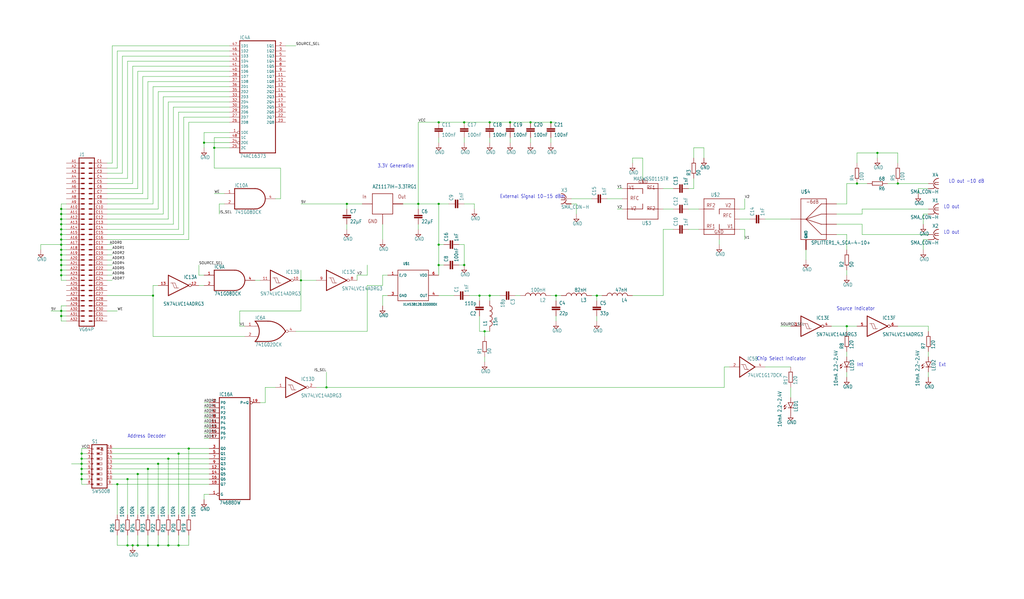
<source format=kicad_sch>
(kicad_sch (version 20231120) (generator "eeschema") (generator_version "8.0")
  (paper "User" 509.88 298.653)
  (lib_symbols
    (symbol "Signal_source_V1p0-eagle-import:7414D"
      (property "Reference" "IC" (at -0.635 -0.635 0))
      (symbol "7414D_1_0"
        (pin output inverted (at 10.16 0 180) (length 5.08) (name "O") (number "12"))
        (pin input line (at -10.16 0 0) (length 5.08) (name "I") (number "13"))
      )
      (symbol "7414D_2_0"
        (pin output inverted (at 10.16 0 180) (length 5.08) (name "O") (number "10"))
        (pin input line (at -10.16 0 0) (length 5.08) (name "I") (number "11"))
      )
      (symbol "7414D_3_0"
        (pin output inverted (at 10.16 0 180) (length 5.08) (name "O") (number "8"))
        (pin input line (at -10.16 0 0) (length 5.08) (name "I") (number "9"))
      )
      (symbol "7414D_4_0"
        (pin input line (at -10.16 0 0) (length 5.08) (name "I") (number "1"))
        (pin output inverted (at 10.16 0 180) (length 5.08) (name "O") (number "2"))
      )
      (symbol "7414D_5_0"
        (pin input line (at -10.16 0 0) (length 5.08) (name "I") (number "3"))
        (pin output inverted (at 10.16 0 180) (length 5.08) (name "O") (number "4"))
      )
      (symbol "7414D_6_0"
        (pin input line (at -10.16 0 0) (length 5.08) (name "I") (number "5"))
        (pin output inverted (at 10.16 0 180) (length 5.08) (name "O") (number "6"))
      )
      (symbol "7414D_7_0"
        (text "GND" (at 1.905 -7.62 900) (effects (font (size 1.27 1.0795)) (justify left bottom)))
        (text "VCC" (at 1.905 5.08 900) (effects (font (size 1.27 1.0795)) (justify left bottom)))
        (pin power_in line (at 0 10.16 270) (length 7.62) (name "VCC") (number "14"))
        (pin power_in line (at 0 -10.16 90) (length 7.62) (name "GND") (number "7"))
      )
    )
    (symbol "Signal_source_V1p0-eagle-import:741G02DCK"
      (property "Reference" "IC" (at -0.635 -0.635 0))
      (symbol "741G02DCK_1_0"
        (pin input line (at -12.7 2.54 0) (length 5.08) (name "I0") (number "1"))
        (pin input line (at -12.7 -2.54 0) (length 5.08) (name "I1") (number "2"))
        (pin output inverted (at 12.7 0 180) (length 5.08) (name "O") (number "4"))
      )
      (symbol "741G02DCK_2_0"
        (text "GND" (at 1.905 -6.35 900) (effects (font (size 1.27 1.0795)) (justify left bottom)))
        (text "VCC" (at 1.905 2.54 900) (effects (font (size 1.27 1.0795)) (justify left bottom)))
        (pin power_in line (at 0 -7.62 90) (length 5.08) (name "GND") (number "3"))
        (pin power_in line (at 0 7.62 270) (length 5.08) (name "VCC") (number "5"))
      )
    )
    (symbol "Signal_source_V1p0-eagle-import:741G08DCK"
      (property "Reference" "IC" (at -0.635 -0.635 0))
      (symbol "741G08DCK_1_0"
        (pin input line (at -12.7 2.54 0) (length 5.08) (name "I0") (number "1"))
        (pin input line (at -12.7 -2.54 0) (length 5.08) (name "I1") (number "2"))
        (pin output line (at 12.7 0 180) (length 5.08) (name "O") (number "4"))
      )
      (symbol "741G08DCK_2_0"
        (text "GND" (at 1.905 -6.35 900) (effects (font (size 1.27 1.0795)) (justify left bottom)))
        (text "VCC" (at 1.905 2.54 900) (effects (font (size 1.27 1.0795)) (justify left bottom)))
        (pin power_in line (at 0 -7.62 90) (length 5.08) (name "GND") (number "3"))
        (pin power_in line (at 0 7.62 270) (length 5.08) (name "VCC") (number "5"))
      )
    )
    (symbol "Signal_source_V1p0-eagle-import:741G17DCK"
      (property "Reference" "IC" (at 1.27 3.175 0))
      (symbol "741G17DCK_1_0"
        (text "GND" (at 1.905 -6.35 900) (effects (font (size 1.27 1.0795)) (justify left bottom)))
        (text "VCC" (at 1.905 2.54 900) (effects (font (size 1.27 1.0795)) (justify left bottom)))
        (pin power_in line (at 0 -7.62 90) (length 5.08) (name "GND") (number "3"))
        (pin power_in line (at 0 7.62 270) (length 5.08) (name "VCC") (number "5"))
      )
      (symbol "741G17DCK_2_0"
        (pin input line (at -7.62 0 0) (length 5.08) (name "I") (number "2"))
        (pin output line (at 10.16 0 180) (length 5.08) (name "O") (number "4"))
      )
    )
    (symbol "Signal_source_V1p0-eagle-import:74688DW"
      (property "Reference" "IC" (at -0.635 -0.635 0))
      (symbol "74688DW_1_0"
        (pin input inverted (at -12.7 -22.86 0) (length 5.08) (name "G") (number "1"))
        (pin input line (at -12.7 12.7 0) (length 5.08) (name "P4") (number "11"))
        (pin input line (at -12.7 -10.16 0) (length 5.08) (name "Q4") (number "12"))
        (pin input line (at -12.7 10.16 0) (length 5.08) (name "P5") (number "13"))
        (pin input line (at -12.7 -12.7 0) (length 5.08) (name "Q5") (number "14"))
        (pin input line (at -12.7 7.62 0) (length 5.08) (name "P6") (number "15"))
        (pin input line (at -12.7 -15.24 0) (length 5.08) (name "Q6") (number "16"))
        (pin input line (at -12.7 5.08 0) (length 5.08) (name "P7") (number "17"))
        (pin input line (at -12.7 -17.78 0) (length 5.08) (name "Q7") (number "18"))
        (pin output inverted (at 12.7 22.86 180) (length 5.08) (name "P=Q") (number "19"))
        (pin input line (at -12.7 22.86 0) (length 5.08) (name "P0") (number "2"))
        (pin input line (at -12.7 0 0) (length 5.08) (name "Q0") (number "3"))
        (pin input line (at -12.7 20.32 0) (length 5.08) (name "P1") (number "4"))
        (pin input line (at -12.7 -2.54 0) (length 5.08) (name "Q1") (number "5"))
        (pin input line (at -12.7 17.78 0) (length 5.08) (name "P2") (number "6"))
        (pin input line (at -12.7 -5.08 0) (length 5.08) (name "Q2") (number "7"))
        (pin input line (at -12.7 15.24 0) (length 5.08) (name "P3") (number "8"))
        (pin input line (at -12.7 -7.62 0) (length 5.08) (name "Q3") (number "9"))
      )
      (symbol "74688DW_2_0"
        (text "GND" (at 1.905 -5.842 900) (effects (font (size 1.27 1.0795)) (justify left bottom)))
        (text "VCC" (at 1.905 2.54 900) (effects (font (size 1.27 1.0795)) (justify left bottom)))
        (pin power_in line (at 0 -7.62 90) (length 5.08) (name "GND") (number "10"))
        (pin power_in line (at 0 7.62 270) (length 5.08) (name "VCC") (number "20"))
      )
    )
    (symbol "Signal_source_V1p0-eagle-import:74AC16373"
      (property "Reference" "IC" (at -0.635 -0.635 0))
      (symbol "74AC16373_1_0"
        (pin input inverted (at -15.24 -17.78 0) (length 5.08) (name "1OE") (number "1"))
        (pin tri_state line (at 12.7 10.16 180) (length 5.08) (name "1Q7") (number "11"))
        (pin tri_state line (at 12.7 7.62 180) (length 5.08) (name "1Q8") (number "12"))
        (pin tri_state line (at 12.7 5.08 180) (length 5.08) (name "2Q1") (number "13"))
        (pin tri_state line (at 12.7 2.54 180) (length 5.08) (name "2Q2") (number "14"))
        (pin tri_state line (at 12.7 0 180) (length 5.08) (name "2Q3") (number "16"))
        (pin tri_state line (at 12.7 -2.54 180) (length 5.08) (name "2Q4") (number "17"))
        (pin tri_state line (at 12.7 -5.08 180) (length 5.08) (name "2Q5") (number "19"))
        (pin tri_state line (at 12.7 25.4 180) (length 5.08) (name "1Q1") (number "2"))
        (pin tri_state line (at 12.7 -7.62 180) (length 5.08) (name "2Q6") (number "20"))
        (pin tri_state line (at 12.7 -10.16 180) (length 5.08) (name "2Q7") (number "22"))
        (pin tri_state line (at 12.7 -12.7 180) (length 5.08) (name "2Q8") (number "23"))
        (pin input inverted (at -15.24 -22.86 0) (length 5.08) (name "2OE") (number "24"))
        (pin input line (at -15.24 -25.4 0) (length 5.08) (name "2C") (number "25"))
        (pin input line (at -15.24 -12.7 0) (length 5.08) (name "2D8") (number "26"))
        (pin input line (at -15.24 -10.16 0) (length 5.08) (name "2D7") (number "27"))
        (pin input line (at -15.24 -7.62 0) (length 5.08) (name "2D6") (number "29"))
        (pin tri_state line (at 12.7 22.86 180) (length 5.08) (name "1Q2") (number "3"))
        (pin input line (at -15.24 -5.08 0) (length 5.08) (name "2D5") (number "30"))
        (pin input line (at -15.24 -2.54 0) (length 5.08) (name "2D4") (number "32"))
        (pin input line (at -15.24 0 0) (length 5.08) (name "2D3") (number "33"))
        (pin input line (at -15.24 2.54 0) (length 5.08) (name "2D2") (number "35"))
        (pin input line (at -15.24 5.08 0) (length 5.08) (name "2D1") (number "36"))
        (pin input line (at -15.24 7.62 0) (length 5.08) (name "1D8") (number "37"))
        (pin input line (at -15.24 10.16 0) (length 5.08) (name "1D7") (number "38"))
        (pin input line (at -15.24 12.7 0) (length 5.08) (name "1D6") (number "40"))
        (pin input line (at -15.24 15.24 0) (length 5.08) (name "1D5") (number "41"))
        (pin input line (at -15.24 17.78 0) (length 5.08) (name "1D4") (number "43"))
        (pin input line (at -15.24 20.32 0) (length 5.08) (name "1D3") (number "44"))
        (pin input line (at -15.24 22.86 0) (length 5.08) (name "1D2") (number "46"))
        (pin input line (at -15.24 25.4 0) (length 5.08) (name "1D1") (number "47"))
        (pin input line (at -15.24 -20.32 0) (length 5.08) (name "1C") (number "48"))
        (pin tri_state line (at 12.7 20.32 180) (length 5.08) (name "1Q3") (number "5"))
        (pin tri_state line (at 12.7 17.78 180) (length 5.08) (name "1Q4") (number "6"))
        (pin tri_state line (at 12.7 15.24 180) (length 5.08) (name "1Q5") (number "8"))
        (pin tri_state line (at 12.7 12.7 180) (length 5.08) (name "1Q6") (number "9"))
      )
      (symbol "74AC16373_2_0"
        (text "GND" (at 14.605 -5.842 900) (effects (font (size 1.27 1.0795)) (justify left bottom)))
        (text "VCC" (at 6.985 2.54 900) (effects (font (size 1.27 1.0795)) (justify left bottom)))
        (pin power_in line (at -2.54 -7.62 90) (length 5.08) (name "GND@2") (number "10"))
        (pin power_in line (at 0 -7.62 90) (length 5.08) (name "GND@3") (number "15"))
        (pin power_in line (at 0 7.62 270) (length 5.08) (name "VCC@2") (number "18"))
        (pin power_in line (at 2.54 -7.62 90) (length 5.08) (name "GND@4") (number "21"))
        (pin power_in line (at 5.08 -7.62 90) (length 5.08) (name "GND@5") (number "28"))
        (pin power_in line (at 2.54 7.62 270) (length 5.08) (name "VCC@3") (number "31"))
        (pin power_in line (at 7.62 -7.62 90) (length 5.08) (name "GND@6") (number "34"))
        (pin power_in line (at 10.16 -7.62 90) (length 5.08) (name "GND@7") (number "39"))
        (pin power_in line (at -5.08 -7.62 90) (length 5.08) (name "GND@1") (number "4"))
        (pin power_in line (at 5.08 7.62 270) (length 5.08) (name "VCC@4") (number "42"))
        (pin power_in line (at 12.7 -7.62 90) (length 5.08) (name "GND@8") (number "45"))
        (pin power_in line (at -2.54 7.62 270) (length 5.08) (name "VCC@1") (number "7"))
      )
    )
    (symbol "Signal_source_V1p0-eagle-import:C-EUC0805"
      (property "Reference" "C" (at 1.524 0.381 0))
      (symbol "C-EUC0805_1_0"
        (pin passive line (at 0 2.54 270) (length 2.54) (name "1") (number "1"))
        (pin passive line (at 0 -5.08 90) (length 2.54) (name "2") (number "2"))
      )
    )
    (symbol "Signal_source_V1p0-eagle-import:C-EUC1206"
      (property "Reference" "C" (at 1.524 0.381 0))
      (symbol "C-EUC1206_1_0"
        (pin passive line (at 0 2.54 270) (length 2.54) (name "1") (number "1"))
        (pin passive line (at 0 -5.08 90) (length 2.54) (name "2") (number "2"))
      )
    )
    (symbol "Signal_source_V1p0-eagle-import:GND" (power)
      (symbol "GND_1_0"
        (pin power_in line (at 0 2.54 270) (length 2.54) (name "GND") (number "1"))
      )
    )
    (symbol "Signal_source_V1p0-eagle-import:L-USL3225M"
      (property "Reference" "L" (at -1.27 -5.08 90))
      (symbol "L-USL3225M_1_0"
        (pin passive line (at 0 7.62 270) (length 2.54) (name "1") (number "1"))
        (pin passive line (at 0 -7.62 90) (length 2.54) (name "2") (number "2"))
      )
    )
    (symbol "Signal_source_V1p0-eagle-import:LED3MM"
      (property "Reference" "LED" (at 3.556 -4.572 90))
      (symbol "LED3MM_1_0"
        (pin passive line (at 0 2.54 270) (length 2.54) (name "A") (number "A"))
        (pin passive line (at 0 -5.08 90) (length 2.54) (name "C") (number "K"))
      )
    )
    (symbol "Signal_source_V1p0-eagle-import:LT1117"
      (symbol "LT1117_1_0"
        (text "GND" (at -2.54 -5.08 0) (effects (font (size 1.778 1.5113)) (justify right top)))
        (text "In" (at -10.16 5.08 0) (effects (font (size 1.778 1.5113)) (justify left bottom)))
        (text "Out" (at 7.62 5.08 0) (effects (font (size 1.778 1.5113)) (justify left bottom)))
        (pin bidirectional line (at 0 -7.62 90) (length 5.08) (name "GND") (number "1"))
        (pin bidirectional line (at 10.16 2.54 180) (length 5.08) (name "OUT") (number "2"))
        (pin bidirectional line (at -10.16 2.54 0) (length 5.08) (name "IN") (number "3"))
        (pin bidirectional line (at 10.16 2.54 180) (length 5.08) (name "OUT") (number "4"))
      )
    )
    (symbol "Signal_source_V1p0-eagle-import:R-EU_R0603"
      (property "Reference" "R" (at -3.81 1.4986 0))
      (symbol "R-EU_R0603_1_0"
        (pin passive line (at -5.08 0 0) (length 2.54) (name "1") (number "1"))
        (pin passive line (at 5.08 0 180) (length 2.54) (name "2") (number "2"))
      )
    )
    (symbol "Signal_source_V1p0-eagle-import:R-EU_R0805"
      (property "Reference" "R" (at -3.81 1.4986 0))
      (symbol "R-EU_R0805_1_0"
        (pin passive line (at -5.08 0 0) (length 2.54) (name "1") (number "1"))
        (pin passive line (at 5.08 0 180) (length 2.54) (name "2") (number "2"))
      )
    )
    (symbol "Signal_source_V1p0-eagle-import:SMA_CON-H"
      (symbol "SMA_CON-H_1_0"
        (pin passive line (at 2.54 0 180) (length 2.54) (name "1") (number "1"))
        (pin passive line (at 2.54 -2.54 180) (length 2.54) (name "GND@1") (number "2"))
        (pin passive line (at 2.54 -2.54 180) (length 2.54) (name "GND@1") (number "3"))
        (pin passive line (at 2.54 -2.54 180) (length 2.54) (name "GND@1") (number "4"))
        (pin passive line (at 2.54 -2.54 180) (length 2.54) (name "GND@1") (number "5"))
      )
    )
    (symbol "Signal_source_V1p0-eagle-import:SPDT_SC70-6"
      (symbol "SPDT_SC70-6_1_0"
        (text "GND" (at 0 -7.366 0) (effects (font (size 1.778 1.5113)) (justify left bottom)))
        (text "RF1" (at -3.81 -4.572 0) (effects (font (size 1.778 1.5113)) (justify left bottom)))
        (text "RF2" (at -3.81 5.842 0) (effects (font (size 1.778 1.5113)) (justify left bottom)))
        (text "RFC" (at 4.318 0.762 0) (effects (font (size 1.778 1.5113)) (justify left bottom)))
        (text "V1" (at 6.604 -4.572 0) (effects (font (size 1.778 1.5113)) (justify left bottom)))
        (text "V2" (at 5.588 5.842 0) (effects (font (size 1.778 1.5113)) (justify left bottom)))
        (pin bidirectional line (at -7.62 -5.08 0) (length 2.54) (name "RF1") (number "1"))
        (pin bidirectional line (at 2.54 -10.16 90) (length 2.54) (name "GND") (number "2"))
        (pin bidirectional line (at -7.62 5.08 0) (length 2.54) (name "RF2") (number "3"))
        (pin bidirectional line (at 12.7 5.08 180) (length 2.54) (name "V2") (number "4"))
        (pin bidirectional line (at 12.7 0 180) (length 2.54) (name "RFC") (number "5"))
        (pin bidirectional line (at 12.7 -5.08 180) (length 2.54) (name "V1") (number "6"))
      )
    )
    (symbol "Signal_source_V1p0-eagle-import:SPLITTER1_4_SCA-4-10+"
      (symbol "SPLITTER1_4_SCA-4-10+_1_0"
        (text "-6dB" (at -5.08 7.62 0) (effects (font (size 1.778 1.5113)) (justify left bottom)))
        (pin bidirectional line (at -5.08 -15.24 90) (length 5.08) (name "GND") (number "P$1"))
        (pin bidirectional line (at 10.16 -7.62 180) (length 5.08) (name "P$5") (number "P$10"))
        (pin bidirectional line (at -5.08 -15.24 90) (length 5.08) (name "GND") (number "P$2"))
        (pin bidirectional line (at -12.7 0 0) (length 5.08) (name "P$1") (number "P$3"))
        (pin bidirectional line (at -5.08 -15.24 90) (length 5.08) (name "GND") (number "P$4"))
        (pin bidirectional line (at -5.08 -15.24 90) (length 5.08) (name "GND") (number "P$5"))
        (pin bidirectional line (at 10.16 7.62 180) (length 5.08) (name "P$2") (number "P$6"))
        (pin bidirectional line (at 10.16 2.54 180) (length 5.08) (name "P$3") (number "P$7"))
        (pin bidirectional line (at -5.08 -15.24 90) (length 5.08) (name "GND") (number "P$8"))
        (pin bidirectional line (at 10.16 -2.54 180) (length 5.08) (name "P$4") (number "P$9"))
      )
    )
    (symbol "Signal_source_V1p0-eagle-import:SWS008"
      (property "Reference" "S" (at -10.16 -2.54 90))
      (symbol "SWS008_1_0"
        (text "1" (at -7.874 -1.651 0) (effects (font (size 0.9906 0.842) (thickness 0.1684) (bold yes)) (justify left bottom)))
        (text "2" (at -5.588 -1.651 0) (effects (font (size 0.9906 0.842) (thickness 0.1684) (bold yes)) (justify left bottom)))
        (text "3" (at -3.048 -1.651 0) (effects (font (size 0.9906 0.842) (thickness 0.1684) (bold yes)) (justify left bottom)))
        (text "4" (at -0.508 -1.651 0) (effects (font (size 0.9906 0.842) (thickness 0.1684) (bold yes)) (justify left bottom)))
        (text "5" (at 2.159 -1.651 0) (effects (font (size 0.9906 0.842) (thickness 0.1684) (bold yes)) (justify left bottom)))
        (text "6" (at 4.699 -1.651 0) (effects (font (size 0.9906 0.842) (thickness 0.1684) (bold yes)) (justify left bottom)))
        (text "7" (at 7.239 -1.778 0) (effects (font (size 0.9906 0.842) (thickness 0.1684) (bold yes)) (justify left bottom)))
        (text "8" (at 9.652 -1.651 0) (effects (font (size 0.9906 0.842) (thickness 0.1684) (bold yes)) (justify left bottom)))
        (text "ON" (at -8.255 3.175 0) (effects (font (size 0.9906 0.842) (thickness 0.1684) (bold yes)) (justify left bottom)))
        (pin passive line (at -7.62 -5.08 90) (length 2.54) (name "1") (number "1"))
        (pin passive line (at 7.62 7.62 270) (length 2.54) (name "10") (number "10"))
        (pin passive line (at 5.08 7.62 270) (length 2.54) (name "11") (number "11"))
        (pin passive line (at 2.54 7.62 270) (length 2.54) (name "12") (number "12"))
        (pin passive line (at 0 7.62 270) (length 2.54) (name "13") (number "13"))
        (pin passive line (at -2.54 7.62 270) (length 2.54) (name "14") (number "14"))
        (pin passive line (at -5.08 7.62 270) (length 2.54) (name "15") (number "15"))
        (pin passive line (at -7.62 7.62 270) (length 2.54) (name "16") (number "16"))
        (pin passive line (at -5.08 -5.08 90) (length 2.54) (name "2") (number "2"))
        (pin passive line (at -2.54 -5.08 90) (length 2.54) (name "3") (number "3"))
        (pin passive line (at 0 -5.08 90) (length 2.54) (name "4") (number "4"))
        (pin passive line (at 2.54 -5.08 90) (length 2.54) (name "5") (number "5"))
        (pin passive line (at 5.08 -5.08 90) (length 2.54) (name "6") (number "6"))
        (pin passive line (at 7.62 -5.08 90) (length 2.54) (name "7") (number "7"))
        (pin passive line (at 10.16 -5.08 90) (length 2.54) (name "8") (number "8"))
        (pin passive line (at 10.16 7.62 270) (length 2.54) (name "9") (number "9"))
      )
    )
    (symbol "Signal_source_V1p0-eagle-import:VG64P"
      (property "Reference" "J" (at -3.81 41.402 0))
      (symbol "VG64P_1_0"
        (pin passive line (at -10.16 38.1 0) (length 7.62) (name "A1") (number "A1"))
        (pin passive line (at -10.16 15.24 0) (length 7.62) (name "A10") (number "A10"))
        (pin passive line (at -10.16 12.7 0) (length 7.62) (name "A11") (number "A11"))
        (pin passive line (at -10.16 10.16 0) (length 7.62) (name "A12") (number "A12"))
        (pin passive line (at -10.16 7.62 0) (length 7.62) (name "A13") (number "A13"))
        (pin passive line (at -10.16 5.08 0) (length 7.62) (name "A14") (number "A14"))
        (pin passive line (at -10.16 2.54 0) (length 7.62) (name "A15") (number "A15"))
        (pin passive line (at -10.16 0 0) (length 7.62) (name "A16") (number "A16"))
        (pin passive line (at -10.16 -2.54 0) (length 7.62) (name "A17") (number "A17"))
        (pin passive line (at -10.16 -5.08 0) (length 7.62) (name "A18") (number "A18"))
        (pin passive line (at -10.16 -7.62 0) (length 7.62) (name "A19") (number "A19"))
        (pin passive line (at -10.16 35.56 0) (length 7.62) (name "A2") (number "A2"))
        (pin passive line (at -10.16 -10.16 0) (length 7.62) (name "A20") (number "A20"))
        (pin passive line (at -10.16 -12.7 0) (length 7.62) (name "A21") (number "A21"))
        (pin passive line (at -10.16 -15.24 0) (length 7.62) (name "A22") (number "A22"))
        (pin passive line (at -10.16 -17.78 0) (length 7.62) (name "A23") (number "A23"))
        (pin passive line (at -10.16 -20.32 0) (length 7.62) (name "A24") (number "A24"))
        (pin passive line (at -10.16 -22.86 0) (length 7.62) (name "A25") (number "A25"))
        (pin passive line (at -10.16 -25.4 0) (length 7.62) (name "A26") (number "A26"))
        (pin passive line (at -10.16 -27.94 0) (length 7.62) (name "A27") (number "A27"))
        (pin passive line (at -10.16 -30.48 0) (length 7.62) (name "A28") (number "A28"))
        (pin passive line (at -10.16 -33.02 0) (length 7.62) (name "A29") (number "A29"))
        (pin passive line (at -10.16 33.02 0) (length 7.62) (name "A3") (number "A3"))
        (pin passive line (at -10.16 -35.56 0) (length 7.62) (name "A30") (number "A30"))
        (pin passive line (at -10.16 -38.1 0) (length 7.62) (name "A31") (number "A31"))
        (pin passive line (at -10.16 -40.64 0) (length 7.62) (name "A32") (number "A32"))
        (pin passive line (at -10.16 30.48 0) (length 7.62) (name "A4") (number "A4"))
        (pin passive line (at -10.16 27.94 0) (length 7.62) (name "A5") (number "A5"))
        (pin passive line (at -10.16 25.4 0) (length 7.62) (name "A6") (number "A6"))
        (pin passive line (at -10.16 22.86 0) (length 7.62) (name "A7") (number "A7"))
        (pin passive line (at -10.16 20.32 0) (length 7.62) (name "A8") (number "A8"))
        (pin passive line (at -10.16 17.78 0) (length 7.62) (name "A9") (number "A9"))
        (pin passive line (at 10.16 38.1 180) (length 7.62) (name "C1") (number "C1"))
        (pin passive line (at 10.16 15.24 180) (length 7.62) (name "C10") (number "C10"))
        (pin passive line (at 10.16 12.7 180) (length 7.62) (name "C11") (number "C11"))
        (pin passive line (at 10.16 10.16 180) (length 7.62) (name "C12") (number "C12"))
        (pin passive line (at 10.16 7.62 180) (length 7.62) (name "C13") (number "C13"))
        (pin passive line (at 10.16 5.08 180) (length 7.62) (name "C14") (number "C14"))
        (pin passive line (at 10.16 2.54 180) (length 7.62) (name "C15") (number "C15"))
        (pin passive line (at 10.16 0 180) (length 7.62) (name "C16") (number "C16"))
        (pin passive line (at 10.16 -2.54 180) (length 7.62) (name "C17") (number "C17"))
        (pin passive line (at 10.16 -5.08 180) (length 7.62) (name "C18") (number "C18"))
        (pin passive line (at 10.16 -7.62 180) (length 7.62) (name "C19") (number "C19"))
        (pin passive line (at 10.16 35.56 180) (length 7.62) (name "C2") (number "C2"))
        (pin passive line (at 10.16 -10.16 180) (length 7.62) (name "C20") (number "C20"))
        (pin passive line (at 10.16 -12.7 180) (length 7.62) (name "C21") (number "C21"))
        (pin passive line (at 10.16 -15.24 180) (length 7.62) (name "C22") (number "C22"))
        (pin passive line (at 10.16 -17.78 180) (length 7.62) (name "C23") (number "C23"))
        (pin passive line (at 10.16 -20.32 180) (length 7.62) (name "C24") (number "C24"))
        (pin passive line (at 10.16 -22.86 180) (length 7.62) (name "C25") (number "C25"))
        (pin passive line (at 10.16 -25.4 180) (length 7.62) (name "C26") (number "C26"))
        (pin passive line (at 10.16 -27.94 180) (length 7.62) (name "C27") (number "C27"))
        (pin passive line (at 10.16 -30.48 180) (length 7.62) (name "C28") (number "C28"))
        (pin passive line (at 10.16 -33.02 180) (length 7.62) (name "C29") (number "C29"))
        (pin passive line (at 10.16 33.02 180) (length 7.62) (name "C3") (number "C3"))
        (pin passive line (at 10.16 -35.56 180) (length 7.62) (name "C30") (number "C30"))
        (pin passive line (at 10.16 -38.1 180) (length 7.62) (name "C31") (number "C31"))
        (pin passive line (at 10.16 -40.64 180) (length 7.62) (name "C32") (number "C32"))
        (pin passive line (at 10.16 30.48 180) (length 7.62) (name "C4") (number "C4"))
        (pin passive line (at 10.16 27.94 180) (length 7.62) (name "C5") (number "C5"))
        (pin passive line (at 10.16 25.4 180) (length 7.62) (name "C6") (number "C6"))
        (pin passive line (at 10.16 22.86 180) (length 7.62) (name "C7") (number "C7"))
        (pin passive line (at 10.16 20.32 180) (length 7.62) (name "C8") (number "C8"))
        (pin passive line (at 10.16 17.78 180) (length 7.62) (name "C9") (number "C9"))
      )
    )
    (symbol "Signal_source_V1p0-eagle-import:XLH538128.000000X"
      (symbol "XLH538128.000000X_1_0"
        (pin bidirectional line (at -12.7 5.08 0) (length 5.08) (name "E/D") (number "1"))
        (pin bidirectional line (at -12.7 -5.08 0) (length 5.08) (name "GND") (number "3"))
        (pin bidirectional line (at 12.7 -5.08 180) (length 5.08) (name "OUT") (number "4"))
        (pin bidirectional line (at 12.7 5.08 180) (length 5.08) (name "VDD") (number "6"))
      )
    )
  )
  (junction (at 66.04 271.78))
  (junction (at 58.42 241.3))
  (junction (at 68.58 236.22))
  (junction (at 243.84 60.96))
  (junction (at 63.5 271.78))
  (junction (at 40.64 231.14))
  (junction (at 241.3 165.1))
  (junction (at 30.48 109.22))
  (junction (at 274.32 60.96))
  (junction (at 30.48 127))
  (junction (at 40.64 226.06))
  (junction (at 106.68 73.66))
  (junction (at 40.64 233.68))
  (junction (at 254 60.96))
  (junction (at 218.44 121.92))
  (junction (at 76.2 147.32))
  (junction (at 30.48 111.76))
  (junction (at 93.98 223.52))
  (junction (at 297.18 147.32))
  (junction (at 30.48 104.14))
  (junction (at 78.74 271.78))
  (junction (at 30.48 132.08))
  (junction (at 83.82 228.6))
  (junction (at 208.28 101.6))
  (junction (at 30.48 157.48))
  (junction (at 30.48 116.84))
  (junction (at 30.48 129.54))
  (junction (at 78.74 231.14))
  (junction (at 73.66 271.78))
  (junction (at 436.88 76.2))
  (junction (at 30.48 134.62))
  (junction (at 149.86 139.7))
  (junction (at 40.64 238.76))
  (junction (at 30.48 124.46))
  (junction (at 162.56 193.04))
  (junction (at 276.86 147.32))
  (junction (at 218.44 132.08))
  (junction (at 101.6 71.12))
  (junction (at 447.04 91.44))
  (junction (at 30.48 154.94))
  (junction (at 40.64 228.6))
  (junction (at 243.84 147.32))
  (junction (at 73.66 233.68))
  (junction (at 231.14 132.08))
  (junction (at 421.64 162.56))
  (junction (at 264.16 60.96))
  (junction (at 30.48 137.16))
  (junction (at 63.5 238.76))
  (junction (at 426.72 91.44))
  (junction (at 30.48 119.38))
  (junction (at 30.48 114.3))
  (junction (at 40.64 236.22))
  (junction (at 30.48 106.68))
  (junction (at 172.72 101.6))
  (junction (at 231.14 60.96))
  (junction (at 68.58 271.78))
  (junction (at 218.44 101.6))
  (junction (at 218.44 60.96))
  (junction (at 238.76 147.32))
  (junction (at 30.48 121.92))
  (junction (at 83.82 271.78))
  (junction (at 88.9 271.78))
  (junction (at 88.9 226.06))
  (wire (pts (xy 177.8 139.7) (xy 177.8 137.16)) (stroke (width 0.1524)))
  (wire (pts (xy 88.9 266.7) (xy 88.9 271.78)) (stroke (width 0.1524)))
  (wire (pts (xy 76.2 142.24) (xy 76.2 147.32)) (stroke (width 0.1524)))
  (wire (pts (xy 114.3 66.04) (xy 101.6 66.04)) (stroke (width 0.1524)))
  (wire (pts (xy 40.64 241.3) (xy 43.18 241.3)) (stroke (width 0.1524)))
  (wire (pts (xy 114.3 27.94) (xy 60.96 27.94)) (stroke (width 0.1524)))
  (wire (pts (xy 63.5 30.48) (xy 114.3 30.48)) (stroke (width 0.1524)))
  (wire (pts (xy 83.82 256.54) (xy 83.82 228.6)) (stroke (width 0.1524)))
  (wire (pts (xy 421.64 91.44) (xy 421.64 101.6)) (stroke (width 0.1524)))
  (wire (pts (xy 462.28 162.56) (xy 462.28 165.1)) (stroke (width 0.1524)))
  (wire (pts (xy 30.48 111.76) (xy 30.48 114.3)) (stroke (width 0.1524)))
  (wire (pts (xy 33.02 109.22) (xy 30.48 109.22)) (stroke (width 0.1524)))
  (wire (pts (xy 241.3 177.8) (xy 241.3 180.34)) (stroke (width 0.1524)))
  (wire (pts (xy 106.68 73.66) (xy 106.68 83.82)) (stroke (width 0.1524)))
  (wire (pts (xy 104.14 236.22) (xy 68.58 236.22)) (stroke (width 0.1524)))
  (wire (pts (xy 330.2 93.98) (xy 335.28 93.98)) (stroke (width 0.1524)))
  (wire (pts (xy 40.64 233.68) (xy 40.64 236.22)) (stroke (width 0.1524)))
  (wire (pts (xy 421.64 162.56) (xy 421.64 165.1)) (stroke (width 0.1524)))
  (wire (pts (xy 231.14 101.6) (xy 236.22 101.6)) (stroke (width 0.1524)))
  (wire (pts (xy 33.02 119.38) (xy 30.48 119.38)) (stroke (width 0.1524)))
  (wire (pts (xy 86.36 111.76) (xy 53.34 111.76)) (stroke (width 0.1524)))
  (wire (pts (xy 106.68 83.82) (xy 139.7 83.82)) (stroke (width 0.1524)))
  (wire (pts (xy 284.48 101.6) (xy 287.02 101.6)) (stroke (width 0.1524)))
  (wire (pts (xy 53.34 83.82) (xy 58.42 83.82)) (stroke (width 0.1524)))
  (wire (pts (xy 63.5 256.54) (xy 63.5 238.76)) (stroke (width 0.1524)))
  (wire (pts (xy 43.18 226.06) (xy 40.64 226.06)) (stroke (width 0.1524)))
  (wire (pts (xy 43.18 228.6) (xy 40.64 228.6)) (stroke (width 0.1524)))
  (wire (pts (xy 462.28 185.42) (xy 462.28 187.96)) (stroke (width 0.1524)))
  (wire (pts (xy 243.84 68.58) (xy 243.84 71.12)) (stroke (width 0.1524)))
  (wire (pts (xy 53.34 119.38) (xy 93.98 119.38)) (stroke (width 0.1524)))
  (wire (pts (xy 370.84 104.14) (xy 370.84 99.06)) (stroke (width 0.1524)))
  (wire (pts (xy 33.02 134.62) (xy 30.48 134.62)) (stroke (width 0.1524)))
  (wire (pts (xy 182.88 137.16) (xy 182.88 132.08)) (stroke (width 0.1524)))
  (wire (pts (xy 30.48 101.6) (xy 30.48 104.14)) (stroke (width 0.1524)))
  (wire (pts (xy 88.9 55.88) (xy 114.3 55.88)) (stroke (width 0.1524)))
  (wire (pts (xy 373.38 109.22) (xy 368.3 109.22)) (stroke (width 0.1524)))
  (wire (pts (xy 320.04 78.74) (xy 314.96 78.74)) (stroke (width 0.1524)))
  (wire (pts (xy 58.42 83.82) (xy 58.42 25.4)) (stroke (width 0.1524)))
  (wire (pts (xy 414.02 162.56) (xy 421.64 162.56)) (stroke (width 0.1524)))
  (wire (pts (xy 218.44 60.96) (xy 231.14 60.96)) (stroke (width 0.1524)))
  (wire (pts (xy 30.48 116.84) (xy 30.48 119.38)) (stroke (width 0.1524)))
  (wire (pts (xy 347.98 114.3) (xy 342.9 114.3)) (stroke (width 0.1524)))
  (wire (pts (xy 114.3 53.34) (xy 86.36 53.34)) (stroke (width 0.1524)))
  (wire (pts (xy 43.18 233.68) (xy 40.64 233.68)) (stroke (width 0.1524)))
  (wire (pts (xy 53.34 129.54) (xy 55.88 129.54)) (stroke (width 0.1524)))
  (wire (pts (xy 142.24 22.86) (xy 147.32 22.86)) (stroke (width 0.1524)))
  (wire (pts (xy 172.72 104.14) (xy 172.72 101.6)) (stroke (width 0.1524)))
  (wire (pts (xy 33.02 124.46) (xy 30.48 124.46)) (stroke (width 0.1524)))
  (wire (pts (xy 462.28 104.14) (xy 429.26 104.14)) (stroke (width 0.1524)))
  (wire (pts (xy 426.72 76.2) (xy 436.88 76.2)) (stroke (width 0.1524)))
  (wire (pts (xy 78.74 266.7) (xy 78.74 271.78)) (stroke (width 0.1524)))
  (wire (pts (xy 447.04 162.56) (xy 462.28 162.56)) (stroke (width 0.1524)))
  (wire (pts (xy 241.3 165.1) (xy 243.84 165.1)) (stroke (width 0.1524)))
  (wire (pts (xy 78.74 256.54) (xy 78.74 231.14)) (stroke (width 0.1524)))
  (wire (pts (xy 111.76 101.6) (xy 109.22 101.6)) (stroke (width 0.1524)))
  (wire (pts (xy 93.98 256.54) (xy 93.98 223.52)) (stroke (width 0.1524)))
  (wire (pts (xy 63.5 266.7) (xy 63.5 271.78)) (stroke (width 0.1524)))
  (wire (pts (xy 314.96 78.74) (xy 314.96 81.28)) (stroke (width 0.1524)))
  (wire (pts (xy 53.34 127) (xy 55.88 127)) (stroke (width 0.1524)))
  (wire (pts (xy 231.14 68.58) (xy 231.14 71.12)) (stroke (width 0.1524)))
  (wire (pts (xy 429.26 116.84) (xy 462.28 116.84)) (stroke (width 0.1524)))
  (wire (pts (xy 73.66 256.54) (xy 73.66 233.68)) (stroke (width 0.1524)))
  (wire (pts (xy 309.88 104.14) (xy 307.34 104.14)) (stroke (width 0.1524)))
  (wire (pts (xy 53.34 137.16) (xy 55.88 137.16)) (stroke (width 0.1524)))
  (wire (pts (xy 73.66 266.7) (xy 73.66 271.78)) (stroke (width 0.1524)))
  (wire (pts (xy 83.82 266.7) (xy 83.82 271.78)) (stroke (width 0.1524)))
  (wire (pts (xy 53.34 96.52) (xy 71.12 96.52)) (stroke (width 0.1524)))
  (wire (pts (xy 172.72 114.3) (xy 172.72 111.76)) (stroke (width 0.1524)))
  (wire (pts (xy 119.38 154.94) (xy 119.38 162.56)) (stroke (width 0.1524)))
  (wire (pts (xy 30.48 106.68) (xy 30.48 109.22)) (stroke (width 0.1524)))
  (wire (pts (xy 381 182.88) (xy 393.7 182.88)) (stroke (width 0.1524)))
  (wire (pts (xy 274.32 68.58) (xy 274.32 71.12)) (stroke (width 0.1524)))
  (wire (pts (xy 40.64 238.76) (xy 40.64 241.3)) (stroke (width 0.1524)))
  (wire (pts (xy 76.2 167.64) (xy 121.92 167.64)) (stroke (width 0.1524)))
  (wire (pts (xy 101.6 73.66) (xy 101.6 71.12)) (stroke (width 0.1524)))
  (wire (pts (xy 462.28 93.98) (xy 457.2 93.98)) (stroke (width 0.1524)))
  (wire (pts (xy 218.44 68.58) (xy 218.44 71.12)) (stroke (width 0.1524)))
  (wire (pts (xy 193.04 147.32) (xy 190.5 147.32)) (stroke (width 0.1524)))
  (wire (pts (xy 78.74 271.78) (xy 73.66 271.78)) (stroke (width 0.1524)))
  (wire (pts (xy 462.28 119.38) (xy 459.74 119.38)) (stroke (width 0.1524)))
  (wire (pts (xy 228.6 132.08) (xy 231.14 132.08)) (stroke (width 0.1524)))
  (wire (pts (xy 30.48 121.92) (xy 30.48 124.46)) (stroke (width 0.1524)))
  (wire (pts (xy 68.58 236.22) (xy 55.88 236.22)) (stroke (width 0.1524)))
  (wire (pts (xy 30.48 137.16) (xy 30.48 139.7)) (stroke (width 0.1524)))
  (wire (pts (xy 55.88 81.28) (xy 53.34 81.28)) (stroke (width 0.1524)))
  (wire (pts (xy 429.26 104.14) (xy 429.26 106.68)) (stroke (width 0.1524)))
  (wire (pts (xy 63.5 271.78) (xy 66.04 271.78)) (stroke (width 0.1524)))
  (wire (pts (xy 55.88 22.86) (xy 55.88 81.28)) (stroke (width 0.1524)))
  (wire (pts (xy 218.44 147.32) (xy 226.06 147.32)) (stroke (width 0.1524)))
  (wire (pts (xy 71.12 38.1) (xy 114.3 38.1)) (stroke (width 0.1524)))
  (wire (pts (xy 58.42 266.7) (xy 58.42 271.78)) (stroke (width 0.1524)))
  (wire (pts (xy 30.48 127) (xy 30.48 129.54)) (stroke (width 0.1524)))
  (wire (pts (xy 264.16 60.96) (xy 274.32 60.96)) (stroke (width 0.1524)))
  (wire (pts (xy 114.3 58.42) (xy 91.44 58.42)) (stroke (width 0.1524)))
  (wire (pts (xy 426.72 81.28) (xy 426.72 76.2)) (stroke (width 0.1524)))
  (wire (pts (xy 58.42 241.3) (xy 55.88 241.3)) (stroke (width 0.1524)))
  (wire (pts (xy 58.42 256.54) (xy 58.42 241.3)) (stroke (width 0.1524)))
  (wire (pts (xy 276.86 147.32) (xy 279.4 147.32)) (stroke (width 0.1524)))
  (wire (pts (xy 63.5 238.76) (xy 55.88 238.76)) (stroke (width 0.1524)))
  (wire (pts (xy 370.84 114.3) (xy 370.84 119.38)) (stroke (width 0.1524)))
  (wire (pts (xy 53.34 132.08) (xy 55.88 132.08)) (stroke (width 0.1524)))
  (wire (pts (xy 58.42 25.4) (xy 114.3 25.4)) (stroke (width 0.1524)))
  (wire (pts (xy 106.68 68.58) (xy 106.68 73.66)) (stroke (width 0.1524)))
  (wire (pts (xy 243.84 149.86) (xy 243.84 147.32)) (stroke (width 0.1524)))
  (wire (pts (xy 393.7 193.04) (xy 393.7 198.12)) (stroke (width 0.1524)))
  (wire (pts (xy 421.64 101.6) (xy 416.56 101.6)) (stroke (width 0.1524)))
  (wire (pts (xy 88.9 256.54) (xy 88.9 226.06)) (stroke (width 0.1524)))
  (wire (pts (xy 53.34 101.6) (xy 76.2 101.6)) (stroke (width 0.1524)))
  (wire (pts (xy 330.2 104.14) (xy 335.28 104.14)) (stroke (width 0.1524)))
  (wire (pts (xy 218.44 101.6) (xy 218.44 121.92)) (stroke (width 0.1524)))
  (wire (pts (xy 68.58 93.98) (xy 68.58 35.56)) (stroke (width 0.1524)))
  (wire (pts (xy 157.48 193.04) (xy 162.56 193.04)) (stroke (width 0.1524)))
  (wire (pts (xy 33.02 160.02) (xy 30.48 160.02)) (stroke (width 0.1524)))
  (wire (pts (xy 114.3 50.8) (xy 83.82 50.8)) (stroke (width 0.1524)))
  (wire (pts (xy 190.5 147.32) (xy 190.5 152.4)) (stroke (width 0.1524)))
  (wire (pts (xy 40.64 223.52) (xy 40.64 226.06)) (stroke (width 0.1524)))
  (wire (pts (xy 66.04 33.02) (xy 66.04 91.44)) (stroke (width 0.1524)))
  (wire (pts (xy 421.64 116.84) (xy 421.64 124.46)) (stroke (width 0.1524)))
  (wire (pts (xy 149.86 101.6) (xy 172.72 101.6)) (stroke (width 0.1524)))
  (wire (pts (xy 104.14 238.76) (xy 63.5 238.76)) (stroke (width 0.1524)))
  (wire (pts (xy 462.28 175.26) (xy 462.28 177.8)) (stroke (width 0.1524)))
  (wire (pts (xy 220.98 121.92) (xy 218.44 121.92)) (stroke (width 0.1524)))
  (wire (pts (xy 223.52 101.6) (xy 218.44 101.6)) (stroke (width 0.1524)))
  (wire (pts (xy 83.82 228.6) (xy 55.88 228.6)) (stroke (width 0.1524)))
  (wire (pts (xy 33.02 104.14) (xy 30.48 104.14)) (stroke (width 0.1524)))
  (wire (pts (xy 101.6 71.12) (xy 114.3 71.12)) (stroke (width 0.1524)))
  (wire (pts (xy 119.38 162.56) (xy 121.92 162.56)) (stroke (width 0.1524)))
  (wire (pts (xy 78.74 104.14) (xy 53.34 104.14)) (stroke (width 0.1524)))
  (wire (pts (xy 441.96 91.44) (xy 447.04 91.44)) (stroke (width 0.1524)))
  (wire (pts (xy 53.34 93.98) (xy 68.58 93.98)) (stroke (width 0.1524)))
  (wire (pts (xy 104.14 226.06) (xy 88.9 226.06)) (stroke (width 0.1524)))
  (wire (pts (xy 33.02 157.48) (xy 30.48 157.48)) (stroke (width 0.1524)))
  (wire (pts (xy 68.58 271.78) (xy 66.04 271.78)) (stroke (width 0.1524)))
  (wire (pts (xy 182.88 142.24) (xy 190.5 142.24)) (stroke (width 0.1524)))
  (wire (pts (xy 345.44 78.74) (xy 345.44 73.66)) (stroke (width 0.1524)))
  (wire (pts (xy 76.2 147.32) (xy 76.2 167.64)) (stroke (width 0.1524)))
  (wire (pts (xy 139.7 99.06) (xy 137.16 99.06)) (stroke (width 0.1524)))
  (wire (pts (xy 238.76 149.86) (xy 238.76 147.32)) (stroke (width 0.1524)))
  (wire (pts (xy 330.2 147.32) (xy 314.96 147.32)) (stroke (width 0.1524)))
  (wire (pts (xy 30.48 154.94) (xy 30.48 152.4)) (stroke (width 0.1524)))
  (wire (pts (xy 93.98 60.96) (xy 114.3 60.96)) (stroke (width 0.1524)))
  (wire (pts (xy 81.28 106.68) (xy 81.28 48.26)) (stroke (width 0.1524)))
  (wire (pts (xy 264.16 68.58) (xy 264.16 71.12)) (stroke (width 0.1524)))
  (wire (pts (xy 350.52 73.66) (xy 350.52 78.74)) (stroke (width 0.1524)))
  (wire (pts (xy 33.02 111.76) (xy 30.48 111.76)) (stroke (width 0.1524)))
  (wire (pts (xy 33.02 154.94) (xy 30.48 154.94)) (stroke (width 0.1524)))
  (wire (pts (xy 149.86 139.7) (xy 149.86 154.94)) (stroke (width 0.1524)))
  (wire (pts (xy 238.76 157.48) (xy 238.76 165.1)) (stroke (width 0.1524)))
  (wire (pts (xy 147.32 165.1) (xy 182.88 165.1)) (stroke (width 0.1524)))
  (wire (pts (xy 320.04 88.9) (xy 320.04 78.74)) (stroke (width 0.1524)))
  (wire (pts (xy 30.48 109.22) (xy 30.48 111.76)) (stroke (width 0.1524)))
  (wire (pts (xy 104.14 233.68) (xy 73.66 233.68)) (stroke (width 0.1524)))
  (wire (pts (xy 220.98 132.08) (xy 218.44 132.08)) (stroke (width 0.1524)))
  (wire (pts (xy 294.64 99.06) (xy 284.48 99.06)) (stroke (width 0.1524)))
  (wire (pts (xy 68.58 35.56) (xy 114.3 35.56)) (stroke (width 0.1524)))
  (wire (pts (xy 342.9 93.98) (xy 345.44 93.98)) (stroke (width 0.1524)))
  (wire (pts (xy 53.34 114.3) (xy 88.9 114.3)) (stroke (width 0.1524)))
  (wire (pts (xy 228.6 121.92) (xy 231.14 121.92)) (stroke (width 0.1524)))
  (wire (pts (xy 68.58 256.54) (xy 68.58 236.22)) (stroke (width 0.1524)))
  (wire (pts (xy 104.14 228.6) (xy 83.82 228.6)) (stroke (width 0.1524)))
  (wire (pts (xy 83.82 109.22) (xy 53.34 109.22)) (stroke (width 0.1524)))
  (wire (pts (xy 33.02 116.84) (xy 30.48 116.84)) (stroke (width 0.1524)))
  (wire (pts (xy 368.3 114.3) (xy 370.84 114.3)) (stroke (width 0.1524)))
  (wire (pts (xy 53.34 154.94) (xy 58.42 154.94)) (stroke (width 0.1524)))
  (wire (pts (xy 40.64 236.22) (xy 40.64 238.76)) (stroke (width 0.1524)))
  (wire (pts (xy 416.56 116.84) (xy 421.64 116.84)) (stroke (width 0.1524)))
  (wire (pts (xy 172.72 101.6) (xy 180.34 101.6)) (stroke (width 0.1524)))
  (wire (pts (xy 43.18 236.22) (xy 40.64 236.22)) (stroke (width 0.1524)))
  (wire (pts (xy 78.74 231.14) (xy 55.88 231.14)) (stroke (width 0.1524)))
  (wire (pts (xy 104.14 200.66) (xy 101.6 200.66)) (stroke (width 0.1524)))
  (wire (pts (xy 236.22 101.6) (xy 236.22 104.14)) (stroke (width 0.1524)))
  (wire (pts (xy 33.02 129.54) (xy 30.48 129.54)) (stroke (width 0.1524)))
  (wire (pts (xy 297.18 157.48) (xy 297.18 160.02)) (stroke (width 0.1524)))
  (wire (pts (xy 208.28 101.6) (xy 218.44 101.6)) (stroke (width 0.1524)))
  (wire (pts (xy 287.02 101.6) (xy 287.02 106.68)) (stroke (width 0.1524)))
  (wire (pts (xy 53.34 121.92) (xy 55.88 121.92)) (stroke (width 0.1524)))
  (wire (pts (xy 78.74 142.24) (xy 76.2 142.24)) (stroke (width 0.1524)))
  (wire (pts (xy 309.88 99.06) (xy 302.26 99.06)) (stroke (width 0.1524)))
  (wire (pts (xy 421.64 137.16) (xy 421.64 134.62)) (stroke (width 0.1524)))
  (wire (pts (xy 436.88 78.74) (xy 436.88 76.2)) (stroke (width 0.1524)))
  (wire (pts (xy 330.2 114.3) (xy 330.2 147.32)) (stroke (width 0.1524)))
  (wire (pts (xy 91.44 116.84) (xy 53.34 116.84)) (stroke (width 0.1524)))
  (wire (pts (xy 68.58 266.7) (xy 68.58 271.78)) (stroke (width 0.1524)))
  (wire (pts (xy 426.72 91.44) (xy 421.64 91.44)) (stroke (width 0.1524)))
  (wire (pts (xy 106.68 73.66) (xy 114.3 73.66)) (stroke (width 0.1524)))
  (wire (pts (xy 104.14 218.44) (xy 101.6 218.44)) (stroke (width 0.1524)))
  (wire (pts (xy 78.74 45.72) (xy 78.74 104.14)) (stroke (width 0.1524)))
  (wire (pts (xy 162.56 193.04) (xy 162.56 185.42)) (stroke (width 0.1524)))
  (wire (pts (xy 335.28 114.3) (xy 330.2 114.3)) (stroke (width 0.1524)))
  (wire (pts (xy 114.3 40.64) (xy 73.66 40.64)) (stroke (width 0.1524)))
  (wire (pts (xy 109.22 101.6) (xy 109.22 106.68)) (stroke (width 0.1524)))
  (wire (pts (xy 55.88 223.52) (xy 93.98 223.52)) (stroke (width 0.1524)))
  (wire (pts (xy 88.9 226.06) (xy 55.88 226.06)) (stroke (width 0.1524)))
  (wire (pts (xy 86.36 53.34) (xy 86.36 111.76)) (stroke (width 0.1524)))
  (wire (pts (xy 243.84 60.96) (xy 254 60.96)) (stroke (width 0.1524)))
  (wire (pts (xy 33.02 121.92) (xy 30.48 121.92)) (stroke (width 0.1524)))
  (wire (pts (xy 401.32 124.46) (xy 401.32 129.54)) (stroke (width 0.1524)))
  (wire (pts (xy 60.96 27.94) (xy 60.96 86.36)) (stroke (width 0.1524)))
  (wire (pts (xy 363.22 182.88) (xy 360.68 182.88)) (stroke (width 0.1524)))
  (wire (pts (xy 43.18 231.14) (xy 40.64 231.14)) (stroke (width 0.1524)))
  (wire (pts (xy 200.66 101.6) (xy 208.28 101.6)) (stroke (width 0.1524)))
  (wire (pts (xy 368.3 104.14) (xy 370.84 104.14)) (stroke (width 0.1524)))
  (wire (pts (xy 33.02 106.68) (xy 30.48 106.68)) (stroke (width 0.1524)))
  (wire (pts (xy 63.5 88.9) (xy 63.5 30.48)) (stroke (width 0.1524)))
  (wire (pts (xy 459.74 119.38) (xy 459.74 124.46)) (stroke (width 0.1524)))
  (wire (pts (xy 53.34 139.7) (xy 55.88 139.7)) (stroke (width 0.1524)))
  (wire (pts (xy 104.14 215.9) (xy 101.6 215.9)) (stroke (width 0.1524)))
  (wire (pts (xy 309.88 93.98) (xy 307.34 93.98)) (stroke (width 0.1524)))
  (wire (pts (xy 342.9 104.14) (xy 347.98 104.14)) (stroke (width 0.1524)))
  (wire (pts (xy 241.3 165.1) (xy 241.3 167.64)) (stroke (width 0.1524)))
  (wire (pts (xy 459.74 106.68) (xy 459.74 111.76)) (stroke (width 0.1524)))
  (wire (pts (xy 88.9 114.3) (xy 88.9 55.88)) (stroke (width 0.1524)))
  (wire (pts (xy 101.6 66.04) (xy 101.6 71.12)) (stroke (width 0.1524)))
  (wire (pts (xy 345.44 93.98) (xy 345.44 88.9)) (stroke (width 0.1524)))
  (wire (pts (xy 104.14 213.36) (xy 101.6 213.36)) (stroke (width 0.1524)))
  (wire (pts (xy 30.48 132.08) (xy 30.48 134.62)) (stroke (width 0.1524)))
  (wire (pts (xy 43.18 238.76) (xy 40.64 238.76)) (stroke (width 0.1524)))
  (wire (pts (xy 233.68 147.32) (xy 238.76 147.32)) (stroke (width 0.1524)))
  (wire (pts (xy 243.84 147.32) (xy 248.92 147.32)) (stroke (width 0.1524)))
  (wire (pts (xy 104.14 241.3) (xy 58.42 241.3)) (stroke (width 0.1524)))
  (wire (pts (xy 40.64 231.14) (xy 40.64 233.68)) (stroke (width 0.1524)))
  (wire (pts (xy 139.7 83.82) (xy 139.7 99.06)) (stroke (width 0.1524)))
  (wire (pts (xy 53.34 147.32) (xy 76.2 147.32)) (stroke (width 0.1524)))
  (wire (pts (xy 30.48 152.4) (xy 33.02 152.4)) (stroke (width 0.1524)))
  (wire (pts (xy 104.14 231.14) (xy 78.74 231.14)) (stroke (width 0.1524)))
  (wire (pts (xy 421.64 185.42) (xy 421.64 187.96)) (stroke (width 0.1524)))
  (wire (pts (xy 238.76 165.1) (xy 241.3 165.1)) (stroke (width 0.1524)))
  (wire (pts (xy 40.64 228.6) (xy 40.64 231.14)) (stroke (width 0.1524)))
  (wire (pts (xy 429.26 111.76) (xy 429.26 116.84)) (stroke (width 0.1524)))
  (wire (pts (xy 426.72 162.56) (xy 421.64 162.56)) (stroke (width 0.1524)))
  (wire (pts (xy 53.34 88.9) (xy 63.5 88.9)) (stroke (width 0.1524)))
  (wire (pts (xy 83.82 271.78) (xy 78.74 271.78)) (stroke (width 0.1524)))
  (wire (pts (xy 129.54 200.66) (xy 132.08 200.66)) (stroke (width 0.1524)))
  (wire (pts (xy 462.28 106.68) (xy 459.74 106.68)) (stroke (width 0.1524)))
  (wire (pts (xy 83.82 50.8) (xy 83.82 109.22)) (stroke (width 0.1524)))
  (wire (pts (xy 99.06 137.16) (xy 99.06 132.08)) (stroke (width 0.1524)))
  (wire (pts (xy 30.48 129.54) (xy 30.48 132.08)) (stroke (width 0.1524)))
  (wire (pts (xy 20.32 124.46) (xy 20.32 121.92)) (stroke (width 0.1524)))
  (wire (pts (xy 30.48 134.62) (xy 30.48 137.16)) (stroke (width 0.1524)))
  (wire (pts (xy 254 68.58) (xy 254 71.12)) (stroke (width 0.1524)))
  (wire (pts (xy 358.14 119.38) (xy 358.14 121.92)) (stroke (width 0.1524)))
  (wire (pts (xy 149.86 154.94) (xy 119.38 154.94)) (stroke (width 0.1524)))
  (wire (pts (xy 162.56 193.04) (xy 360.68 193.04)) (stroke (width 0.1524)))
  (wire (pts (xy 58.42 271.78) (xy 63.5 271.78)) (stroke (width 0.1524)))
  (wire (pts (xy 93.98 266.7) (xy 93.98 271.78)) (stroke (width 0.1524)))
  (wire (pts (xy 30.48 160.02) (xy 30.48 157.48)) (stroke (width 0.1524)))
  (wire (pts (xy 208.28 60.96) (xy 218.44 60.96)) (stroke (width 0.1524)))
  (wire (pts (xy 129.54 139.7) (xy 127 139.7)) (stroke (width 0.1524)))
  (wire (pts (xy 43.18 223.52) (xy 40.64 223.52)) (stroke (width 0.1524)))
  (wire (pts (xy 276.86 149.86) (xy 276.86 147.32)) (stroke (width 0.1524)))
  (wire (pts (xy 104.14 205.74) (xy 101.6 205.74)) (stroke (width 0.1524)))
  (wire (pts (xy 208.28 101.6) (xy 208.28 104.14)) (stroke (width 0.1524)))
  (wire (pts (xy 30.48 157.48) (xy 30.48 154.94)) (stroke (width 0.1524)))
  (wire (pts (xy 30.48 154.94) (xy 25.4 154.94)) (stroke (width 0.1524)))
  (wire (pts (xy 91.44 58.42) (xy 91.44 116.84)) (stroke (width 0.1524)))
  (wire (pts (xy 345.44 73.66) (xy 350.52 73.66)) (stroke (width 0.1524)))
  (wire (pts (xy 393.7 162.56) (xy 388.62 162.56)) (stroke (width 0.1524)))
  (wire (pts (xy 137.16 193.04) (xy 132.08 193.04)) (stroke (width 0.1524)))
  (wire (pts (xy 132.08 200.66) (xy 132.08 193.04)) (stroke (width 0.1524)))
  (wire (pts (xy 274.32 60.96) (xy 276.86 60.96)) (stroke (width 0.1524)))
  (wire (pts (xy 76.2 43.18) (xy 114.3 43.18)) (stroke (width 0.1524)))
  (wire (pts (xy 231.14 60.96) (xy 243.84 60.96)) (stroke (width 0.1524)))
  (wire (pts (xy 114.3 68.58) (xy 106.68 68.58)) (stroke (width 0.1524)))
  (wire (pts (xy 73.66 233.68) (xy 55.88 233.68)) (stroke (width 0.1524)))
  (wire (pts (xy 208.28 114.3) (xy 208.28 111.76)) (stroke (width 0.1524)))
  (wire (pts (xy 177.8 137.16) (xy 182.88 137.16)) (stroke (width 0.1524)))
  (wire (pts (xy 276.86 157.48) (xy 276.86 160.02)) (stroke (width 0.1524)))
  (wire (pts (xy 297.18 147.32) (xy 299.72 147.32)) (stroke (width 0.1524)))
  (wire (pts (xy 53.34 124.46) (xy 55.88 124.46)) (stroke (width 0.1524)))
  (wire (pts (xy 231.14 121.92) (xy 231.14 132.08)) (stroke (width 0.1524)))
  (wire (pts (xy 104.14 208.28) (xy 101.6 208.28)) (stroke (width 0.1524)))
  (wire (pts (xy 66.04 91.44) (xy 53.34 91.44)) (stroke (width 0.1524)))
  (wire (pts (xy 238.76 147.32) (xy 243.84 147.32)) (stroke (width 0.1524)))
  (wire (pts (xy 104.14 203.2) (xy 101.6 203.2)) (stroke (width 0.1524)))
  (wire (pts (xy 182.88 165.1) (xy 182.88 142.24)) (stroke (width 0.1524)))
  (wire (pts (xy 436.88 76.2) (xy 447.04 76.2)) (stroke (width 0.1524)))
  (wire (pts (xy 149.86 139.7) (xy 157.48 139.7)) (stroke (width 0.1524)))
  (wire (pts (xy 190.5 137.16) (xy 193.04 137.16)) (stroke (width 0.1524)))
  (wire (pts (xy 20.32 121.92) (xy 30.48 121.92)) (stroke (width 0.1524)))
  (wire (pts (xy 93.98 119.38) (xy 93.98 60.96)) (stroke (width 0.1524)))
  (wire (pts (xy 33.02 132.08) (xy 30.48 132.08)) (stroke (width 0.1524)))
  (wire (pts (xy 30.48 124.46) (xy 30.48 127)) (stroke (width 0.1524)))
  (wire (pts (xy 274.32 147.32) (xy 276.86 147.32)) (stroke (width 0.1524)))
  (wire (pts (xy 88.9 271.78) (xy 83.82 271.78)) (stroke (width 0.1524)))
  (wire (pts (xy 421.64 175.26) (xy 421.64 177.8)) (stroke (width 0.1524)))
  (wire (pts (xy 53.34 106.68) (xy 81.28 106.68)) (stroke (width 0.1524)))
  (wire (pts (xy 101.6 137.16) (xy 99.06 137.16)) (stroke (width 0.1524)))
  (wire (pts (xy 93.98 271.78) (xy 88.9 271.78)) (stroke (width 0.1524)))
  (wire (pts (xy 429.26 106.68) (xy 416.56 106.68)) (stroke (width 0.1524)))
  (wire (pts (xy 30.48 119.38) (xy 30.48 121.92)) (stroke (width 0.1524)))
  (wire (pts (xy 30.48 114.3) (xy 30.48 116.84)) (stroke (width 0.1524)))
  (wire (pts (xy 73.66 99.06) (xy 53.34 99.06)) (stroke (width 0.1524)))
  (wire (pts (xy 30.48 104.14) (xy 30.48 106.68)) (stroke (width 0.1524)))
  (wire (pts (xy 40.64 226.06) (xy 40.64 228.6)) (stroke (width 0.1524)))
  (wire (pts (xy 254 60.96) (xy 264.16 60.96)) (stroke (width 0.1524)))
  (wire (pts (xy 114.3 22.86) (xy 55.88 22.86)) (stroke (width 0.1524)))
  (wire (pts (xy 53.34 134.62) (xy 55.88 134.62)) (stroke (width 0.1524)))
  (wire (pts (xy 381 109.22) (xy 393.7 109.22)) (stroke (width 0.1524)))
  (wire (pts (xy 114.3 45.72) (xy 78.74 45.72)) (stroke (width 0.1524)))
  (wire (pts (xy 149.86 139.7) (xy 149.86 134.62)) (stroke (width 0.1524)))
  (wire (pts (xy 447.04 76.2) (xy 447.04 81.28)) (stroke (width 0.1524)))
  (wire (pts (xy 256.54 147.32) (xy 259.08 147.32)) (stroke (width 0.1524)))
  (wire (pts (xy 30.48 139.7) (xy 33.02 139.7)) (stroke (width 0.1524)))
  (wire (pts (xy 68.58 271.78) (xy 73.66 271.78)) (stroke (width 0.1524)))
  (wire (pts (xy 431.8 91.44) (xy 426.72 91.44)) (stroke (width 0.1524)))
  (wire (pts (xy 360.68 182.88) (xy 360.68 193.04)) (stroke (width 0.1524)))
  (wire (pts (xy 447.04 91.44) (xy 462.28 91.44)) (stroke (width 0.1524)))
  (wire (pts (xy 111.76 96.52) (xy 106.68 96.52)) (stroke (width 0.1524)))
  (wire (pts (xy 416.56 111.76) (xy 429.26 111.76)) (stroke (width 0.1524)))
  (wire (pts (xy 71.12 96.52) (xy 71.12 38.1)) (stroke (width 0.1524)))
  (wire (pts (xy 218.44 121.92) (xy 218.44 132.08)) (stroke (width 0.1524)))
  (wire (pts (xy 457.2 93.98) (xy 457.2 96.52)) (stroke (width 0.1524)))
  (wire (pts (xy 190.5 142.24) (xy 190.5 137.16)) (stroke (width 0.1524)))
  (wire (pts (xy 33.02 137.16) (xy 30.48 137.16)) (stroke (width 0.1524)))
  (wire (pts (xy 33.02 101.6) (xy 30.48 101.6)) (stroke (width 0.1524)))
  (wire (pts (xy 104.14 246.38) (xy 101.6 246.38)) (stroke (width 0.1524)))
  (wire (pts (xy 60.96 86.36) (xy 53.34 86.36)) (stroke (width 0.1524)))
  (wire (pts (xy 73.66 40.64) (xy 73.66 99.06)) (stroke (width 0.1524)))
  (wire (pts (xy 101.6 246.38) (xy 101.6 248.92)) (stroke (width 0.1524)))
  (wire (pts (xy 104.14 210.82) (xy 101.6 210.82)) (stroke (width 0.1524)))
  (wire (pts (xy 114.3 33.02) (xy 66.04 33.02)) (stroke (width 0.1524)))
  (wire (pts (xy 297.18 149.86) (xy 297.18 147.32)) (stroke (width 0.1524)))
  (wire (pts (xy 294.64 147.32) (xy 297.18 147.32)) (stroke (width 0.1524)))
  (wire (pts (xy 218.44 132.08) (xy 218.44 137.16)) (stroke (width 0.1524)))
  (wire (pts (xy 93.98 223.52) (xy 104.14 223.52)) (stroke (width 0.1524)))
  (wire (pts (xy 190.5 111.76) (xy 190.5 119.38)) (stroke (width 0.1524)))
  (wire (pts (xy 208.28 60.96) (xy 208.28 101.6)) (stroke (width 0.1524)))
  (wire (pts (xy 40.64 231.14) (xy 35.56 231.14)) (stroke (width 0.1524)))
  (wire (pts (xy 81.28 48.26) (xy 114.3 48.26)) (stroke (width 0.1524)))
  (wire (pts (xy 33.02 127) (xy 30.48 127)) (stroke (width 0.1524)))
  (wire (pts (xy 76.2 101.6) (xy 76.2 43.18)) (stroke (width 0.1524)))
  (wire (pts (xy 33.02 114.3) (xy 30.48 114.3)) (stroke (width 0.1524)))
  (wire (pts (xy 99.06 142.24) (xy 101.6 142.24)) (stroke (width 0.1524)))
  (text "3.3V Generation" (at 187.96 83.82 0) (effects (font (size 1.778 1.5113)) (justify left bottom)))
  (text "LO out" (at 469.9 116.84 0) (effects (font (size 1.778 1.5113)) (justify left bottom)))
  (text "LO out" (at 469.9 104.14 0) (effects (font (size 1.778 1.5113)) (justify left bottom)))
  (text "Ext" (at 467.36 182.88 0) (effects (font (size 1.778 1.5113)) (justify left bottom)))
  (text "Address Decoder" (at 63.5 218.44 0) (effects (font (size 1.778 1.5113)) (justify left bottom)))
  (text "Chip Select Indicator" (at 401.32 177.8 0) (effects (font (size 1.778 1.5113)) (justify right top)))
  (text "Int" (at 426.72 182.88 0) (effects (font (size 1.778 1.5113)) (justify left bottom)))
  (text "External Signal 10-15 dBm" (at 248.92 99.06 0) (effects (font (size 1.778 1.5113)) (justify left bottom)))
  (text "LO out -10 dB" (at 472.44 91.44 0) (effects (font (size 1.778 1.5113)) (justify left bottom)))
  (text "Source Indicator" (at 416.56 154.94 0) (effects (font (size 1.778 1.5113)) (justify left bottom)))
  (label "ADDR5" (at 101.6 213.36 0) (effects (font (size 1.2446 1.2446))))
  (label "ADDR6" (at 55.88 137.16 0) (effects (font (size 1.2446 1.2446))))
  (label "V1" (at 370.84 119.38 0) (effects (font (size 1.2446 1.2446))))
  (label "5V" (at 25.4 154.94 0) (effects (font (size 1.2446 1.2446))))
  (label "ADDR5" (at 55.88 134.62 0) (effects (font (size 1.2446 1.2446))))
  (label "SOURCE_SEL" (at 388.62 162.56 0) (effects (font (size 1.2446 1.2446))))
  (label "V2" (at 307.34 104.14 0) (effects (font (size 1.2446 1.2446))))
  (label "VCC" (at 208.28 60.96 0) (effects (font (size 1.2446 1.2446))))
  (label "5V" (at 149.86 101.6 0) (effects (font (size 1.2446 1.2446))))
  (label "V2" (at 370.84 99.06 0) (effects (font (size 1.2446 1.2446))))
  (label "ADDR3" (at 55.88 129.54 0) (effects (font (size 1.2446 1.2446))))
  (label "WE" (at 106.68 96.52 0) (effects (font (size 1.2446 1.2446))))
  (label "WE" (at 58.42 154.94 0) (effects (font (size 1.2446 1.2446))))
  (label "V1" (at 119.38 162.56 0) (effects (font (size 1.2446 1.2446))))
  (label "ADDR2" (at 101.6 205.74 0) (effects (font (size 1.2446 1.2446))))
  (label "ADDR0" (at 101.6 200.66 0) (effects (font (size 1.2446 1.2446))))
  (label "V2" (at 177.8 137.16 0) (effects (font (size 1.2446 1.2446))))
  (label "ADDR1" (at 101.6 203.2 0) (effects (font (size 1.2446 1.2446))))
  (label "SOURCE_SEL" (at 147.32 22.86 0) (effects (font (size 1.2446 1.2446))))
  (label "ADDR0" (at 54.61 121.92 0) (effects (font (size 1.2446 1.2446))))
  (label "ADDR2" (at 55.88 127 0) (effects (font (size 1.2446 1.2446))))
  (label "ADDR1" (at 55.88 124.46 0) (effects (font (size 1.2446 1.2446))))
  (label "IS_SEL" (at 109.22 106.68 0) (effects (font (size 1.2446 1.2446))))
  (label "ADDR7" (at 101.6 218.44 0) (effects (font (size 1.2446 1.2446))))
  (label "ADDR3" (at 101.6 208.28 0) (effects (font (size 1.2446 1.2446))))
  (label "ADDR4" (at 55.88 132.08 0) (effects (font (size 1.2446 1.2446))))
  (label "ADDR7" (at 55.88 139.7 0) (effects (font (size 1.2446 1.2446))))
  (label "ADDR6" (at 101.6 215.9 0) (effects (font (size 1.2446 1.2446))))
  (label "ADDR4" (at 101.6 210.82 0) (effects (font (size 1.2446 1.2446))))
  (label "V1" (at 307.34 93.98 0) (effects (font (size 1.2446 1.2446))))
  (label "VCC" (at 40.64 223.52 0) (effects (font (size 1.2446 1.2446))))
  (label "SOURCE_SEL" (at 99.06 132.08 0) (effects (font (size 1.2446 1.2446))))
  (label "IS_SEL" (at 162.56 185.42 180) (effects (font (size 1.2446 1.2446))))
  (symbol (lib_id "Signal_source_V1p0-eagle-import:GND") (at 218.44 73.66 0) (unit 1)
    (property "Reference" "#SUPPLY24" (effects (hide yes)))
    (property "Value" "GND" (at 216.535 76.835 0) (effects (font (size 1.778 1.5113)) (justify left bottom)))
  )
  (symbol (lib_id "Signal_source_V1p0-eagle-import:C-EUC0805") (at 337.82 104.14 90) (unit 1)
    (property "Reference" "C12" (at 337.439 102.616 0) (effects (font (size 1.778 1.5113)) (justify left bottom)))
    (property "Value" "1nF" (at 342.519 102.616 0) (effects (font (size 1.778 1.5113)) (justify left bottom)))
    (property "Footprint" "Signal_source_V1p0:C0805" (effects (hide yes)))
  )
  (symbol (lib_id "Signal_source_V1p0-eagle-import:R-EU_R0603") (at 78.74 261.62 90) (unit 1)
    (property "Reference" "R22" (at 77.2414 265.43 0) (effects (font (size 1.778 1.5113)) (justify left bottom)))
    (property "Value" "100k" (at 82.042 257.81 0) (effects (font (size 1.778 1.5113)) (justify left bottom)))
    (property "Footprint" "Signal_source_V1p0:R0603" (effects (hide yes)))
  )
  (symbol (lib_id "Signal_source_V1p0-eagle-import:GND") (at 276.86 162.56 0) (unit 1)
    (property "Reference" "#SUPPLY2" (effects (hide yes)))
    (property "Value" "GND" (at 274.955 165.735 0) (effects (font (size 1.778 1.5113)) (justify left bottom)))
  )
  (symbol (lib_id "Signal_source_V1p0-eagle-import:R-EU_R0603") (at 58.42 261.62 90) (unit 1)
    (property "Reference" "R26" (at 56.9214 265.43 0) (effects (font (size 1.778 1.5113)) (justify left bottom)))
    (property "Value" "100k" (at 61.722 257.81 0) (effects (font (size 1.778 1.5113)) (justify left bottom)))
    (property "Footprint" "Signal_source_V1p0:R0603" (effects (hide yes)))
  )
  (symbol (lib_id "Signal_source_V1p0-eagle-import:GND") (at 66.04 274.32 0) (unit 1)
    (property "Reference" "#SUPPLY40" (effects (hide yes)))
    (property "Value" "GND" (at 64.135 277.495 0) (effects (font (size 1.778 1.5113)) (justify left bottom)))
  )
  (symbol (lib_id "Signal_source_V1p0-eagle-import:R-EU_R0805") (at 241.3 172.72 90) (unit 1)
    (property "Reference" "R1" (at 239.8014 176.53 0) (effects (font (size 1.778 1.5113)) (justify left bottom)))
    (property "Value" "50" (at 244.602 176.53 0) (effects (font (size 1.778 1.5113)) (justify left bottom)))
    (property "Footprint" "Signal_source_V1p0:R0805" (effects (hide yes)))
  )
  (symbol (lib_id "Signal_source_V1p0-eagle-import:741G02DCK") (at 134.62 165.1 0) (unit 1)
    (property "Reference" "IC6" (at 127 159.385 0) (effects (font (size 1.778 1.5113)) (justify left bottom)))
    (property "Value" "741G02DCK" (at 127 172.72 0) (effects (font (size 1.778 1.5113)) (justify left bottom)))
    (property "Footprint" "Signal_source_V1p0:SC70-5" (effects (hide yes)))
  )
  (symbol (lib_id "Signal_source_V1p0-eagle-import:GND") (at 274.32 73.66 0) (unit 1)
    (property "Reference" "#SUPPLY29" (effects (hide yes)))
    (property "Value" "GND" (at 272.415 76.835 0) (effects (font (size 1.778 1.5113)) (justify left bottom)))
  )
  (symbol (lib_id "Signal_source_V1p0-eagle-import:GND") (at 254 73.66 0) (unit 1)
    (property "Reference" "#SUPPLY27" (effects (hide yes)))
    (property "Value" "GND" (at 252.095 76.835 0) (effects (font (size 1.778 1.5113)) (justify left bottom)))
  )
  (symbol (lib_id "Signal_source_V1p0-eagle-import:L-USL3225M") (at 266.7 147.32 90) (unit 1)
    (property "Reference" "L2" (at 271.78 148.59 90) (effects (font (size 1.778 1.5113)) (justify left bottom)))
    (property "Value" "100nH" (at 271.78 143.51 90) (effects (font (size 1.778 1.5113)) (justify left bottom)))
    (property "Footprint" "Signal_source_V1p0:L3225M" (effects (hide yes)))
  )
  (symbol (lib_id "Signal_source_V1p0-eagle-import:GND") (at 101.6 251.46 0) (unit 1)
    (property "Reference" "#SUPPLY39" (effects (hide yes)))
    (property "Value" "GND" (at 99.695 254.635 0) (effects (font (size 1.778 1.5113)) (justify left bottom)))
  )
  (symbol (lib_id "Signal_source_V1p0-eagle-import:74AC16373") (at 129.54 48.26 0) (unit 1)
    (property "Reference" "IC4" (at 119.38 19.685 0) (effects (font (size 1.778 1.5113)) (justify left bottom)))
    (property "Value" "74AC16373" (at 119.38 78.74 0) (effects (font (size 1.778 1.5113)) (justify left bottom)))
    (property "Footprint" "Signal_source_V1p0:SSOP48DL" (effects (hide yes)))
  )
  (symbol (lib_id "Signal_source_V1p0-eagle-import:C-EUC0805") (at 254 147.32 270) (unit 1)
    (property "Reference" "C3" (at 254.381 148.844 0) (effects (font (size 1.778 1.5113)) (justify left bottom)))
    (property "Value" "18p" (at 249.301 148.844 0) (effects (font (size 1.778 1.5113)) (justify left bottom)))
    (property "Footprint" "Signal_source_V1p0:C0805" (effects (hide yes)))
  )
  (symbol (lib_id "Signal_source_V1p0-eagle-import:GND") (at 314.96 83.82 0) (unit 1)
    (property "Reference" "#SUPPLY14" (effects (hide yes)))
    (property "Value" "GND" (at 313.055 86.995 0) (effects (font (size 1.778 1.5113)) (justify left bottom)))
  )
  (symbol (lib_id "Signal_source_V1p0-eagle-import:R-EU_R0603") (at 93.98 261.62 90) (unit 1)
    (property "Reference" "R19" (at 92.4814 265.43 0) (effects (font (size 1.778 1.5113)) (justify left bottom)))
    (property "Value" "100k" (at 97.282 257.81 0) (effects (font (size 1.778 1.5113)) (justify left bottom)))
    (property "Footprint" "Signal_source_V1p0:R0603" (effects (hide yes)))
  )
  (symbol (lib_id "Signal_source_V1p0-eagle-import:GND") (at 20.32 127 0) (unit 1)
    (property "Reference" "#SUPPLY8" (effects (hide yes)))
    (property "Value" "GND" (at 18.415 130.175 0) (effects (font (size 1.778 1.5113)) (justify left bottom)))
  )
  (symbol (lib_id "Signal_source_V1p0-eagle-import:VG64P") (at 43.18 119.38 0) (unit 1)
    (property "Reference" "J1" (at 39.37 77.978 0) (effects (font (size 1.778 1.5113)) (justify left bottom)))
    (property "Value" "VG64P" (at 39.37 165.1 0) (effects (font (size 1.778 1.5113)) (justify left bottom)))
    (property "Footprint" "Signal_source_V1p0:VG64P" (effects (hide yes)))
  )
  (symbol (lib_id "Signal_source_V1p0-eagle-import:LED3MM") (at 462.28 180.34 0) (unit 1)
    (property "Reference" "LED2" (at 465.836 184.912 90) (effects (font (size 1.778 1.5113)) (justify left bottom)))
    (property "Value" "10mA 2.2-2.4V" (at 457.835 192.532 90) (effects (font (size 1.778 1.5113)) (justify left bottom)))
    (property "Footprint" "Signal_source_V1p0:LED3MM" (effects (hide yes)))
  )
  (symbol (lib_id "Signal_source_V1p0-eagle-import:GND") (at 241.3 182.88 0) (unit 1)
    (property "Reference" "#SUPPLY1" (effects (hide yes)))
    (property "Value" "GND" (at 239.395 186.055 0) (effects (font (size 1.778 1.5113)) (justify left bottom)))
  )
  (symbol (lib_id "Signal_source_V1p0-eagle-import:C-EUC0805") (at 375.92 109.22 90) (unit 1)
    (property "Reference" "C14" (at 375.539 107.696 0) (effects (font (size 1.778 1.5113)) (justify left bottom)))
    (property "Value" "1nF" (at 380.619 107.696 0) (effects (font (size 1.778 1.5113)) (justify left bottom)))
    (property "Footprint" "Signal_source_V1p0:C0805" (effects (hide yes)))
  )
  (symbol (lib_id "Signal_source_V1p0-eagle-import:L-USL3225M") (at 287.02 147.32 90) (unit 1)
    (property "Reference" "L3" (at 292.1 148.59 90) (effects (font (size 1.778 1.5113)) (justify left bottom)))
    (property "Value" "82nH" (at 292.1 143.51 90) (effects (font (size 1.778 1.5113)) (justify left bottom)))
    (property "Footprint" "Signal_source_V1p0:L3225M" (effects (hide yes)))
  )
  (symbol (lib_id "Signal_source_V1p0-eagle-import:R-EU_R0603") (at 68.58 261.62 90) (unit 1)
    (property "Reference" "R24" (at 67.0814 265.43 0) (effects (font (size 1.778 1.5113)) (justify left bottom)))
    (property "Value" "100k" (at 71.882 257.81 0) (effects (font (size 1.778 1.5113)) (justify left bottom)))
    (property "Footprint" "Signal_source_V1p0:R0603" (effects (hide yes)))
  )
  (symbol (lib_id "Signal_source_V1p0-eagle-import:7414D") (at 139.7 139.7 0) (unit 2)
    (property "Reference" "IC13" (at 142.24 136.525 0) (effects (font (size 1.778 1.5113)) (justify left bottom)))
    (property "Value" "SN74LVC14ADRG3" (at 129.54 147.32 0) (effects (font (size 1.778 1.5113)) (justify left bottom)))
    (property "Footprint" "Signal_source_V1p0:SO14" (effects (hide yes)))
  )
  (symbol (lib_id "Signal_source_V1p0-eagle-import:741G17DCK") (at 370.84 182.88 0) (unit 2)
    (property "Reference" "IC5" (at 372.11 179.705 0) (effects (font (size 1.778 1.5113)) (justify left bottom)))
    (property "Value" "74LVC1G17DCK" (at 372.11 187.96 0) (effects (font (size 1.778 1.5113)) (justify left bottom)))
    (property "Footprint" "Signal_source_V1p0:SC70-5" (effects (hide yes)))
  )
  (symbol (lib_id "Signal_source_V1p0-eagle-import:GND") (at 401.32 132.08 0) (unit 1)
    (property "Reference" "#SUPPLY21" (effects (hide yes)))
    (property "Value" "GND" (at 399.415 135.255 0) (effects (font (size 1.778 1.5113)) (justify left bottom)))
  )
  (symbol (lib_id "Signal_source_V1p0-eagle-import:741G08DCK") (at 114.3 139.7 0) (unit 1)
    (property "Reference" "IC9" (at 106.68 133.985 0) (effects (font (size 1.778 1.5113)) (justify left bottom)))
    (property "Value" "741G08DCK" (at 106.68 147.32 0) (effects (font (size 1.778 1.5113)) (justify left bottom)))
    (property "Footprint" "Signal_source_V1p0:SC70-5" (effects (hide yes)))
  )
  (symbol (lib_id "Signal_source_V1p0-eagle-import:R-EU_R0805") (at 426.72 86.36 90) (unit 1)
    (property "Reference" "R4" (at 425.2214 90.17 0) (effects (font (size 1.778 1.5113)) (justify left bottom)))
    (property "Value" "100" (at 430.022 90.17 0) (effects (font (size 1.778 1.5113)) (justify left bottom)))
    (property "Footprint" "Signal_source_V1p0:R0805" (effects (hide yes)))
  )
  (symbol (lib_id "Signal_source_V1p0-eagle-import:GND") (at 358.14 124.46 0) (unit 1)
    (property "Reference" "#SUPPLY15" (effects (hide yes)))
    (property "Value" "GND" (at 356.235 127.635 0) (effects (font (size 1.778 1.5113)) (justify left bottom)))
  )
  (symbol (lib_id "Signal_source_V1p0-eagle-import:GND") (at 462.28 190.5 0) (unit 1)
    (property "Reference" "#SUPPLY22" (effects (hide yes)))
    (property "Value" "GND" (at 460.375 193.675 0) (effects (font (size 1.778 1.5113)) (justify left bottom)))
  )
  (symbol (lib_id "Signal_source_V1p0-eagle-import:R-EU_R0603") (at 73.66 261.62 90) (unit 1)
    (property "Reference" "R23" (at 72.1614 265.43 0) (effects (font (size 1.778 1.5113)) (justify left bottom)))
    (property "Value" "100k" (at 76.962 257.81 0) (effects (font (size 1.778 1.5113)) (justify left bottom)))
    (property "Footprint" "Signal_source_V1p0:R0603" (effects (hide yes)))
  )
  (symbol (lib_id "Signal_source_V1p0-eagle-import:C-EUC1206") (at 254 63.5 0) (unit 1)
    (property "Reference" "C19" (at 255.524 63.119 0) (effects (font (size 1.778 1.5113)) (justify left bottom)))
    (property "Value" "100nF" (at 255.524 68.199 0) (effects (font (size 1.778 1.5113)) (justify left bottom)))
    (property "Footprint" "Signal_source_V1p0:C1206" (effects (hide yes)))
  )
  (symbol (lib_id "Signal_source_V1p0-eagle-import:GND") (at 457.2 99.06 0) (unit 1)
    (property "Reference" "#SUPPLY20" (effects (hide yes)))
    (property "Value" "GND" (at 455.295 102.235 0) (effects (font (size 1.778 1.5113)) (justify left bottom)))
  )
  (symbol (lib_id "Signal_source_V1p0-eagle-import:GND") (at 421.64 190.5 0) (unit 1)
    (property "Reference" "#SUPPLY23" (effects (hide yes)))
    (property "Value" "GND" (at 419.735 193.675 0) (effects (font (size 1.778 1.5113)) (justify left bottom)))
  )
  (symbol (lib_id "Signal_source_V1p0-eagle-import:C-EUC0805") (at 223.52 121.92 90) (unit 1)
    (property "Reference" "C16" (at 223.139 120.396 0) (effects (font (size 1.778 1.5113)) (justify left bottom)))
    (property "Value" "1nF" (at 228.219 120.396 0) (effects (font (size 1.778 1.5113)) (justify left bottom)))
    (property "Footprint" "Signal_source_V1p0:C0805" (effects (hide yes)))
  )
  (symbol (lib_id "Signal_source_V1p0-eagle-import:GND") (at 208.28 116.84 0) (unit 1)
    (property "Reference" "#SUPPLY6" (effects (hide yes)))
    (property "Value" "GND" (at 206.375 120.015 0) (effects (font (size 1.778 1.5113)) (justify left bottom)))
  )
  (symbol (lib_id "Signal_source_V1p0-eagle-import:SMA_CON-H") (at 281.94 99.06 0) (unit 1)
    (property "Reference" "X3" (at 279.4 95.758 0) (effects (font (size 1.778 1.5113)) (justify left bottom)))
    (property "Value" "SMA_CON-H" (at 279.4 104.14 0) (effects (font (size 1.778 1.5113)) (justify left bottom)))
    (property "Footprint" "Signal_source_V1p0:BU-SMA-H" (effects (hide yes)))
  )
  (symbol (lib_id "Signal_source_V1p0-eagle-import:GND") (at 190.5 154.94 0) (unit 1)
    (property "Reference" "#SUPPLY4" (effects (hide yes)))
    (property "Value" "GND" (at 188.595 158.115 0) (effects (font (size 1.778 1.5113)) (justify left bottom)))
  )
  (symbol (lib_id "Signal_source_V1p0-eagle-import:R-EU_R0805") (at 436.88 91.44 180) (unit 1)
    (property "Reference" "R6" (at 440.69 92.9386 0) (effects (font (size 1.778 1.5113)) (justify left bottom)))
    (property "Value" "68" (at 440.69 88.138 0) (effects (font (size 1.778 1.5113)) (justify left bottom)))
    (property "Footprint" "Signal_source_V1p0:R0805" (effects (hide yes)))
  )
  (symbol (lib_id "Signal_source_V1p0-eagle-import:SWS008") (at 48.26 231.14 270) (unit 1)
    (property "Reference" "S1" (at 45.72 220.98 90) (effects (font (size 1.778 1.5113)) (justify left bottom)))
    (property "Value" "SWS008" (at 45.72 245.745 90) (effects (font (size 1.778 1.5113)) (justify left bottom)))
    (property "Footprint" "Signal_source_V1p0:SMS-008" (effects (hide yes)))
  )
  (symbol (lib_id "Signal_source_V1p0-eagle-import:GND") (at 231.14 134.62 0) (unit 1)
    (property "Reference" "#SUPPLY9" (effects (hide yes)))
    (property "Value" "GND" (at 229.235 137.795 0) (effects (font (size 1.778 1.5113)) (justify left bottom)))
  )
  (symbol (lib_id "Signal_source_V1p0-eagle-import:GND") (at 421.64 139.7 0) (unit 1)
    (property "Reference" "#SUPPLY16" (effects (hide yes)))
    (property "Value" "GND" (at 419.735 142.875 0) (effects (font (size 1.778 1.5113)) (justify left bottom)))
  )
  (symbol (lib_id "Signal_source_V1p0-eagle-import:GND") (at 236.22 106.68 0) (unit 1)
    (property "Reference" "#SUPPLY18" (effects (hide yes)))
    (property "Value" "GND" (at 234.315 109.855 0) (effects (font (size 1.778 1.5113)) (justify left bottom)))
  )
  (symbol (lib_id "Signal_source_V1p0-eagle-import:GND") (at 393.7 208.28 0) (unit 1)
    (property "Reference" "#SUPPLY36" (effects (hide yes)))
    (property "Value" "GND" (at 391.795 211.455 0) (effects (font (size 1.778 1.5113)) (justify left bottom)))
  )
  (symbol (lib_id "Signal_source_V1p0-eagle-import:GND") (at 231.14 73.66 0) (unit 1)
    (property "Reference" "#SUPPLY25" (effects (hide yes)))
    (property "Value" "GND" (at 229.235 76.835 0) (effects (font (size 1.778 1.5113)) (justify left bottom)))
  )
  (symbol (lib_id "Signal_source_V1p0-eagle-import:GND") (at 350.52 81.28 0) (unit 1)
    (property "Reference" "#SUPPLY12" (effects (hide yes)))
    (property "Value" "GND" (at 348.615 84.455 0) (effects (font (size 1.778 1.5113)) (justify left bottom)))
  )
  (symbol (lib_id "Signal_source_V1p0-eagle-import:7414D") (at 88.9 142.24 0) (unit 1)
    (property "Reference" "IC13" (at 91.44 139.065 0) (effects (font (size 1.778 1.5113)) (justify left bottom)))
    (property "Value" "SN74LVC14ADRG3" (at 81.28 152.4 0) (effects (font (size 1.778 1.5113)) (justify left bottom)))
    (property "Footprint" "Signal_source_V1p0:SO14" (effects (hide yes)))
  )
  (symbol (lib_id "Signal_source_V1p0-eagle-import:C-EUC0805") (at 276.86 152.4 0) (unit 1)
    (property "Reference" "C4" (at 278.384 152.019 0) (effects (font (size 1.778 1.5113)) (justify left bottom)))
    (property "Value" "22p" (at 278.384 157.099 0) (effects (font (size 1.778 1.5113)) (justify left bottom)))
    (property "Footprint" "Signal_source_V1p0:C0805" (effects (hide yes)))
  )
  (symbol (lib_id "Signal_source_V1p0-eagle-import:SPLITTER1_4_SCA-4-10+") (at 406.4 109.22 0) (unit 1)
    (property "Reference" "U$4" (at 398.78 96.52 0) (effects (font (size 1.778 1.5113)) (justify left bottom)))
    (property "Value" "SPLITTER1_4_SCA-4-10+" (at 403.86 121.92 0) (effects (font (size 1.778 1.5113)) (justify left bottom)))
    (property "Footprint" "Signal_source_V1p0:SCA-4-10+" (effects (hide yes)))
  )
  (symbol (lib_id "Signal_source_V1p0-eagle-import:C-EUC1206") (at 218.44 63.5 0) (unit 1)
    (property "Reference" "C11" (at 219.964 63.119 0) (effects (font (size 1.778 1.5113)) (justify left bottom)))
    (property "Value" "100nF" (at 219.964 68.199 0) (effects (font (size 1.778 1.5113)) (justify left bottom)))
    (property "Footprint" "Signal_source_V1p0:C1206" (effects (hide yes)))
  )
  (symbol (lib_id "Signal_source_V1p0-eagle-import:7414D") (at 167.64 139.7 0) (unit 3)
    (property "Reference" "IC13" (at 170.18 136.525 0) (effects (font (size 1.778 1.5113)) (justify left bottom)))
    (property "Value" "SN74LVC14ADRG3" (at 170.18 144.78 0) (effects (font (size 1.778 1.5113)) (justify left bottom)))
    (property "Footprint" "Signal_source_V1p0:SO14" (effects (hide yes)))
  )
  (symbol (lib_id "Signal_source_V1p0-eagle-import:R-EU_R0805") (at 345.44 83.82 90) (unit 1)
    (property "Reference" "R3" (at 343.9414 87.63 0) (effects (font (size 1.778 1.5113)) (justify left bottom)))
    (property "Value" "50" (at 348.742 87.63 0) (effects (font (size 1.778 1.5113)) (justify left bottom)))
    (property "Footprint" "Signal_source_V1p0:R0805" (effects (hide yes)))
  )
  (symbol (lib_id "Signal_source_V1p0-eagle-import:7414D") (at 147.32 193.04 0) (unit 4)
    (property "Reference" "IC13" (at 149.86 189.865 0) (effects (font (size 1.778 1.5113)) (justify left bottom)))
    (property "Value" "SN74LVC14ADRG3" (at 149.86 198.12 0) (effects (font (size 1.778 1.5113)) (justify left bottom)))
    (property "Footprint" "Signal_source_V1p0:SO14" (effects (hide yes)))
  )
  (symbol (lib_id "Signal_source_V1p0-eagle-import:C-EUC0805") (at 337.82 114.3 90) (unit 1)
    (property "Reference" "C10" (at 337.439 112.776 0) (effects (font (size 1.778 1.5113)) (justify left bottom)))
    (property "Value" "1nF" (at 342.519 112.776 0) (effects (font (size 1.778 1.5113)) (justify left bottom)))
    (property "Footprint" "Signal_source_V1p0:C0805" (effects (hide yes)))
  )
  (symbol (lib_id "Signal_source_V1p0-eagle-import:R-EU_R0805") (at 421.64 129.54 90) (unit 1)
    (property "Reference" "R2" (at 420.1414 133.35 0) (effects (font (size 1.778 1.5113)) (justify left bottom)))
    (property "Value" "50" (at 424.942 133.35 0) (effects (font (size 1.778 1.5113)) (justify left bottom)))
    (property "Footprint" "Signal_source_V1p0:R0805" (effects (hide yes)))
  )
  (symbol (lib_id "Signal_source_V1p0-eagle-import:C-EUC0805") (at 297.18 99.06 90) (unit 1)
    (property "Reference" "C15" (at 296.799 97.536 0) (effects (font (size 1.778 1.5113)) (justify left bottom)))
    (property "Value" "1nF" (at 301.879 97.536 0) (effects (font (size 1.778 1.5113)) (justify left bottom)))
    (property "Footprint" "Signal_source_V1p0:C0805" (effects (hide yes)))
  )
  (symbol (lib_id "Signal_source_V1p0-eagle-import:C-EUC1206") (at 243.84 63.5 0) (unit 1)
    (property "Reference" "C18" (at 245.364 63.119 0) (effects (font (size 1.778 1.5113)) (justify left bottom)))
    (property "Value" "100nF" (at 245.364 68.199 0) (effects (font (size 1.778 1.5113)) (justify left bottom)))
    (property "Footprint" "Signal_source_V1p0:C1206" (effects (hide yes)))
  )
  (symbol (lib_id "Signal_source_V1p0-eagle-import:C-EUC0805") (at 297.18 152.4 0) (unit 1)
    (property "Reference" "C5" (at 298.704 152.019 0) (effects (font (size 1.778 1.5113)) (justify left bottom)))
    (property "Value" "33p" (at 298.704 157.099 0) (effects (font (size 1.778 1.5113)) (justify left bottom)))
    (property "Footprint" "Signal_source_V1p0:C0805" (effects (hide yes)))
  )
  (symbol (lib_id "Signal_source_V1p0-eagle-import:LED3MM") (at 393.7 200.66 0) (unit 1)
    (property "Reference" "LED1" (at 397.256 205.232 90) (effects (font (size 1.778 1.5113)) (justify left bottom)))
    (property "Value" "10mA 2.2-2.4V" (at 389.255 212.852 90) (effects (font (size 1.778 1.5113)) (justify left bottom)))
    (property "Footprint" "Signal_source_V1p0:LED3MM" (effects (hide yes)))
  )
  (symbol (lib_id "Signal_source_V1p0-eagle-import:R-EU_R0603") (at 421.64 170.18 90) (unit 1)
    (property "Reference" "R8" (at 420.1414 173.99 0) (effects (font (size 1.778 1.5113)) (justify left bottom)))
    (property "Value" "120" (at 424.942 173.99 0) (effects (font (size 1.778 1.5113)) (justify left bottom)))
    (property "Footprint" "Signal_source_V1p0:R0603" (effects (hide yes)))
  )
  (symbol (lib_id "Signal_source_V1p0-eagle-import:LT1117") (at 190.5 104.14 0) (unit 1)
    (property "Reference" "U$9" (effects (hide yes)))
    (property "Value" "AZ1117IH-3.3TRG1" (at 185.42 93.98 0) (effects (font (size 1.778 1.5113)) (justify left bottom)))
    (property "Footprint" "Signal_source_V1p0:SOT223" (effects (hide yes)))
  )
  (symbol (lib_id "Signal_source_V1p0-eagle-import:C-EUC1206") (at 264.16 63.5 0) (unit 1)
    (property "Reference" "C20" (at 265.684 63.119 0) (effects (font (size 1.778 1.5113)) (justify left bottom)))
    (property "Value" "100nF" (at 265.684 68.199 0) (effects (font (size 1.778 1.5113)) (justify left bottom)))
    (property "Footprint" "Signal_source_V1p0:C1206" (effects (hide yes)))
  )
  (symbol (lib_id "Signal_source_V1p0-eagle-import:L-USL3225M") (at 307.34 147.32 90) (unit 1)
    (property "Reference" "L4" (at 312.42 148.59 90) (effects (font (size 1.778 1.5113)) (justify left bottom)))
    (property "Value" "47nH" (at 312.42 143.51 90) (effects (font (size 1.778 1.5113)) (justify left bottom)))
    (property "Footprint" "Signal_source_V1p0:L3225M" (effects (hide yes)))
  )
  (symbol (lib_id "Signal_source_V1p0-eagle-import:741G08DCK") (at 124.46 99.06 0) (unit 1)
    (property "Reference" "IC10" (at 116.84 93.345 0) (effects (font (size 1.778 1.5113)) (justify left bottom)))
    (property "Value" "741G08DCK" (at 116.84 106.68 0) (effects (font (size 1.778 1.5113)) (justify left bottom)))
    (property "Footprint" "Signal_source_V1p0:SC70-5" (effects (hide yes)))
  )
  (symbol (lib_id "Signal_source_V1p0-eagle-import:C-EUC1206") (at 231.14 63.5 0) (unit 1)
    (property "Reference" "C17" (at 232.664 63.119 0) (effects (font (size 1.778 1.5113)) (justify left bottom)))
    (property "Value" "100nF" (at 232.664 68.199 0) (effects (font (size 1.778 1.5113)) (justify left bottom)))
    (property "Footprint" "Signal_source_V1p0:C1206" (effects (hide yes)))
  )
  (symbol (lib_id "Signal_source_V1p0-eagle-import:L-USL3225M") (at 243.84 157.48 0) (unit 1)
    (property "Reference" "L1" (at 242.57 162.56 90) (effects (font (size 1.778 1.5113)) (justify left bottom)))
    (property "Value" "15n" (at 247.65 162.56 90) (effects (font (size 1.778 1.5113)) (justify left bottom)))
    (property "Footprint" "Signal_source_V1p0:L3225M" (effects (hide yes)))
  )
  (symbol (lib_id "Signal_source_V1p0-eagle-import:GND") (at 243.84 73.66 0) (unit 1)
    (property "Reference" "#SUPPLY26" (effects (hide yes)))
    (property "Value" "GND" (at 241.935 76.835 0) (effects (font (size 1.778 1.5113)) (justify left bottom)))
  )
  (symbol (lib_id "Signal_source_V1p0-eagle-import:R-EU_R0805") (at 447.04 86.36 90) (unit 1)
    (property "Reference" "R5" (at 445.5414 90.17 0) (effects (font (size 1.778 1.5113)) (justify left bottom)))
    (property "Value" "100" (at 450.342 90.17 0) (effects (font (size 1.778 1.5113)) (justify left bottom)))
    (property "Footprint" "Signal_source_V1p0:R0805" (effects (hide yes)))
  )
  (symbol (lib_id "Signal_source_V1p0-eagle-import:R-EU_R0603") (at 88.9 261.62 90) (unit 1)
    (property "Reference" "R20" (at 87.4014 265.43 0) (effects (font (size 1.778 1.5113)) (justify left bottom)))
    (property "Value" "100k" (at 92.202 257.81 0) (effects (font (size 1.778 1.5113)) (justify left bottom)))
    (property "Footprint" "Signal_source_V1p0:R0603" (effects (hide yes)))
  )
  (symbol (lib_id "Signal_source_V1p0-eagle-import:GND") (at 101.6 76.2 0) (unit 1)
    (property "Reference" "#SUPPLY10" (effects (hide yes)))
    (property "Value" "GND" (at 99.695 79.375 0) (effects (font (size 1.778 1.5113)) (justify left bottom)))
  )
  (symbol (lib_id "Signal_source_V1p0-eagle-import:C-EUC0805") (at 228.6 147.32 90) (unit 1)
    (property "Reference" "C1" (at 228.219 145.796 0) (effects (font (size 1.778 1.5113)) (justify left bottom)))
    (property "Value" "1nF" (at 233.299 145.796 0) (effects (font (size 1.778 1.5113)) (justify left bottom)))
    (property "Footprint" "Signal_source_V1p0:C0805" (effects (hide yes)))
  )
  (symbol (lib_id "Signal_source_V1p0-eagle-import:74688DW") (at 116.84 223.52 0) (unit 1)
    (property "Reference" "IC16" (at 109.22 197.485 0) (effects (font (size 1.778 1.5113)) (justify left bottom)))
    (property "Value" "74688DW" (at 109.22 251.46 0) (effects (font (size 1.778 1.5113)) (justify left bottom)))
    (property "Footprint" "Signal_source_V1p0:SO20W" (effects (hide yes)))
  )
  (symbol (lib_id "Signal_source_V1p0-eagle-import:C-EUC0805") (at 226.06 101.6 90) (unit 1)
    (property "Reference" "C9" (at 225.679 100.076 0) (effects (font (size 1.778 1.5113)) (justify left bottom)))
    (property "Value" "1nF" (at 230.759 100.076 0) (effects (font (size 1.778 1.5113)) (justify left bottom)))
    (property "Footprint" "Signal_source_V1p0:C0805" (effects (hide yes)))
  )
  (symbol (lib_id "Signal_source_V1p0-eagle-import:SMA_CON-H") (at 464.82 104.14 0) (mirror y) (unit 1)
    (property "Reference" "X1" (at 467.36 100.838 0) (effects (font (size 1.778 1.5113)) (justify left bottom)))
    (property "Value" "SMA_CON-H" (at 467.36 109.22 0) (effects (font (size 1.778 1.5113)) (justify left bottom)))
    (property "Footprint" "Signal_source_V1p0:BU-SMA-H" (effects (hide yes)))
  )
  (symbol (lib_id "Signal_source_V1p0-eagle-import:GND") (at 172.72 116.84 0) (unit 1)
    (property "Reference" "#SUPPLY7" (effects (hide yes)))
    (property "Value" "GND" (at 170.815 120.015 0) (effects (font (size 1.778 1.5113)) (justify left bottom)))
  )
  (symbol (lib_id "Signal_source_V1p0-eagle-import:C-EUC0805") (at 238.76 154.94 180) (unit 1)
    (property "Reference" "C2" (at 237.236 155.321 0) (effects (font (size 1.778 1.5113)) (justify left bottom)))
    (property "Value" "110p" (at 237.236 150.241 0) (effects (font (size 1.778 1.5113)) (justify left bottom)))
    (property "Footprint" "Signal_source_V1p0:C0805" (effects (hide yes)))
  )
  (symbol (lib_id "Signal_source_V1p0-eagle-import:R-EU_R0603") (at 393.7 187.96 90) (unit 1)
    (property "Reference" "R17" (at 392.2014 191.77 0) (effects (font (size 1.778 1.5113)) (justify left bottom)))
    (property "Value" "120" (at 397.002 191.77 0) (effects (font (size 1.778 1.5113)) (justify left bottom)))
    (property "Footprint" "Signal_source_V1p0:R0603" (effects (hide yes)))
  )
  (symbol (lib_id "Signal_source_V1p0-eagle-import:GND") (at 287.02 109.22 0) (unit 1)
    (property "Reference" "#SUPPLY17" (effects (hide yes)))
    (property "Value" "GND" (at 285.115 112.395 0) (effects (font (size 1.778 1.5113)) (justify left bottom)))
  )
  (symbol (lib_id "Signal_source_V1p0-eagle-import:GND") (at 459.74 114.3 0) (unit 1)
    (property "Reference" "#SUPPLY11" (effects (hide yes)))
    (property "Value" "GND" (at 457.835 117.475 0) (effects (font (size 1.778 1.5113)) (justify left bottom)))
  )
  (symbol (lib_id "Signal_source_V1p0-eagle-import:GND") (at 264.16 73.66 0) (unit 1)
    (property "Reference" "#SUPPLY28" (effects (hide yes)))
    (property "Value" "GND" (at 262.255 76.835 0) (effects (font (size 1.778 1.5113)) (justify left bottom)))
  )
  (symbol (lib_id "Signal_source_V1p0-eagle-import:R-EU_R0603") (at 83.82 261.62 90) (unit 1)
    (property "Reference" "R21" (at 82.3214 265.43 0) (effects (font (size 1.778 1.5113)) (justify left bottom)))
    (property "Value" "100k" (at 87.122 257.81 0) (effects (font (size 1.778 1.5113)) (justify left bottom)))
    (property "Footprint" "Signal_source_V1p0:R0603" (effects (hide yes)))
  )
  (symbol (lib_id "Signal_source_V1p0-eagle-import:C-EUC1206") (at 172.72 106.68 0) (unit 1)
    (property "Reference" "C7" (at 174.244 106.299 0) (effects (font (size 1.778 1.5113)) (justify left bottom)))
    (property "Value" "22µF" (at 174.244 111.379 0) (effects (font (size 1.778 1.5113)) (justify left bottom)))
    (property "Footprint" "Signal_source_V1p0:C1206" (effects (hide yes)))
  )
  (symbol (lib_id "Signal_source_V1p0-eagle-import:C-EUC1206") (at 208.28 106.68 0) (unit 1)
    (property "Reference" "C6" (at 209.804 106.299 0) (effects (font (size 1.778 1.5113)) (justify left bottom)))
    (property "Value" "22µF" (at 209.804 111.379 0) (effects (font (size 1.778 1.5113)) (justify left bottom)))
    (property "Footprint" "Signal_source_V1p0:C1206" (effects (hide yes)))
  )
  (symbol (lib_id "Signal_source_V1p0-eagle-import:7414D") (at 403.86 162.56 0) (unit 5)
    (property "Reference" "IC13" (at 406.4 159.385 0) (effects (font (size 1.778 1.5113)) (justify left bottom)))
    (property "Value" "SN74LVC14ADRG3" (at 406.4 167.64 0) (effects (font (size 1.778 1.5113)) (justify left bottom)))
    (property "Footprint" "Signal_source_V1p0:SO14" (effects (hide yes)))
  )
  (symbol (lib_id "Signal_source_V1p0-eagle-import:C-EUC0805") (at 337.82 93.98 90) (unit 1)
    (property "Reference" "C13" (at 337.439 92.456 0) (effects (font (size 1.778 1.5113)) (justify left bottom)))
    (property "Value" "1nF" (at 342.519 92.456 0) (effects (font (size 1.778 1.5113)) (justify left bottom)))
    (property "Footprint" "Signal_source_V1p0:C0805" (effects (hide yes)))
  )
  (symbol (lib_id "Signal_source_V1p0-eagle-import:7414D") (at 436.88 162.56 0) (unit 6)
    (property "Reference" "IC13" (at 439.42 159.385 0) (effects (font (size 1.778 1.5113)) (justify left bottom)))
    (property "Value" "SN74LVC14ADRG3" (at 439.42 167.64 0) (effects (font (size 1.778 1.5113)) (justify left bottom)))
    (property "Footprint" "Signal_source_V1p0:SO14" (effects (hide yes)))
  )
  (symbol (lib_id "Signal_source_V1p0-eagle-import:R-EU_R0603") (at 63.5 261.62 90) (unit 1)
    (property "Reference" "R25" (at 62.0014 265.43 0) (effects (font (size 1.778 1.5113)) (justify left bottom)))
    (property "Value" "100k" (at 66.802 257.81 0) (effects (font (size 1.778 1.5113)) (justify left bottom)))
    (property "Footprint" "Signal_source_V1p0:R0603" (effects (hide yes)))
  )
  (symbol (lib_id "Signal_source_V1p0-eagle-import:GND") (at 436.88 81.28 0) (unit 1)
    (property "Reference" "#SUPPLY19" (effects (hide yes)))
    (property "Value" "GND" (at 434.975 84.455 0) (effects (font (size 1.778 1.5113)) (justify left bottom)))
  )
  (symbol (lib_id "Signal_source_V1p0-eagle-import:GND") (at 459.74 127 0) (unit 1)
    (property "Reference" "#SUPPLY13" (effects (hide yes)))
    (property "Value" "GND" (at 457.835 130.175 0) (effects (font (size 1.778 1.5113)) (justify left bottom)))
  )
  (symbol (lib_id "Signal_source_V1p0-eagle-import:SPDT_SC70-6") (at 355.6 109.22 0) (unit 1)
    (property "Reference" "U$2" (at 353.822 98.044 0) (effects (font (size 1.778 1.5113)) (justify left bottom)))
    (property "Value" "MASWSS0115TR" (effects (hide yes)))
    (property "Footprint" "Signal_source_V1p0:SC70-6" (effects (hide yes)))
  )
  (symbol (lib_id "Signal_source_V1p0-eagle-import:R-EU_R0603") (at 462.28 170.18 90) (unit 1)
    (property "Reference" "R7" (at 460.7814 173.99 0) (effects (font (size 1.778 1.5113)) (justify left bottom)))
    (property "Value" "120" (at 465.582 173.99 0) (effects (font (size 1.778 1.5113)) (justify left bottom)))
    (property "Footprint" "Signal_source_V1p0:R0603" (effects (hide yes)))
  )
  (symbol (lib_id "Signal_source_V1p0-eagle-import:SPDT_SC70-6") (at 322.58 99.06 180) (unit 1)
    (property "Reference" "U$3" (at 324.358 110.236 0) (effects (font (size 1.778 1.5113)) (justify left bottom)))
    (property "Value" "MASWSS0115TR" (at 332.994 88.138 0) (effects (font (size 1.778 1.5113)) (justify left bottom)))
    (property "Footprint" "Signal_source_V1p0:SC70-6" (effects (hide yes)))
  )
  (symbol (lib_id "Signal_source_V1p0-eagle-import:GND") (at 297.18 162.56 0) (unit 1)
    (property "Reference" "#SUPPLY3" (effects (hide yes)))
    (property "Value" "GND" (at 295.275 165.735 0) (effects (font (size 1.778 1.5113)) (justify left bottom)))
  )
  (symbol (lib_id "Signal_source_V1p0-eagle-import:SMA_CON-H") (at 464.82 116.84 0) (mirror y) (unit 1)
    (property "Reference" "X2" (at 467.36 113.538 0) (effects (font (size 1.778 1.5113)) (justify left bottom)))
    (property "Value" "SMA_CON-H" (at 467.36 121.92 0) (effects (font (size 1.778 1.5113)) (justify left bottom)))
    (property "Footprint" "Signal_source_V1p0:BU-SMA-H" (effects (hide yes)))
  )
  (symbol (lib_id "Signal_source_V1p0-eagle-import:XLH538128.000000X") (at 205.74 142.24 0) (unit 1)
    (property "Reference" "U$1" (at 200.66 132.08 0) (effects (font (size 1.27 1.0795)) (justify left bottom)))
    (property "Value" "XLH538128.000000X" (at 200.66 152.4 0) (effects (font (size 1.27 1.0795)) (justify left bottom)))
    (property "Footprint" "Signal_source_V1p0:5.0X3.2_XO" (effects (hide yes)))
  )
  (symbol (lib_id "Signal_source_V1p0-eagle-import:C-EUC1206") (at 274.32 63.5 0) (unit 1)
    (property "Reference" "C21" (at 275.844 63.119 0) (effects (font (size 1.778 1.5113)) (justify left bottom)))
    (property "Value" "100nF" (at 275.844 68.199 0) (effects (font (size 1.778 1.5113)) (justify left bottom)))
    (property "Footprint" "Signal_source_V1p0:C1206" (effects (hide yes)))
  )
  (symbol (lib_id "Signal_source_V1p0-eagle-import:LED3MM") (at 421.64 180.34 0) (unit 1)
    (property "Reference" "LED3" (at 425.196 184.912 90) (effects (font (size 1.778 1.5113)) (justify left bottom)))
    (property "Value" "10mA 2.2-2.4V" (at 417.195 192.532 90) (effects (font (size 1.778 1.5113)) (justify left bottom)))
    (property "Footprint" "Signal_source_V1p0:LED3MM" (effects (hide yes)))
  )
  (symbol (lib_id "Signal_source_V1p0-eagle-import:C-EUC1206") (at 223.52 132.08 90) (unit 1)
    (property "Reference" "C8" (at 223.139 130.556 0) (effects (font (size 1.778 1.5113)) (justify left bottom)))
    (property "Value" "100nF" (at 228.219 130.556 0) (effects (font (size 1.778 1.5113)) (justify left bottom)))
    (property "Footprint" "Signal_source_V1p0:C1206" (effects (hide yes)))
  )
  (symbol (lib_id "Signal_source_V1p0-eagle-import:GND") (at 190.5 121.92 0) (unit 1)
    (property "Reference" "#SUPPLY5" (effects (hide yes)))
    (property "Value" "GND" (at 188.595 125.095 0) (effects (font (size 1.778 1.5113)) (justify left bottom)))
  )
  (symbol (lib_id "Signal_source_V1p0-eagle-import:SMA_CON-H") (at 464.82 91.44 0) (mirror y) (unit 1)
    (property "Reference" "X4" (at 467.36 88.138 0) (effects (font (size 1.778 1.5113)) (justify left bottom)))
    (property "Value" "SMA_CON-H" (at 467.36 96.52 0) (effects (font (size 1.778 1.5113)) (justify left bottom)))
    (property "Footprint" "Signal_source_V1p0:BU-SMA-H" (effects (hide yes)))
  )
)
</source>
